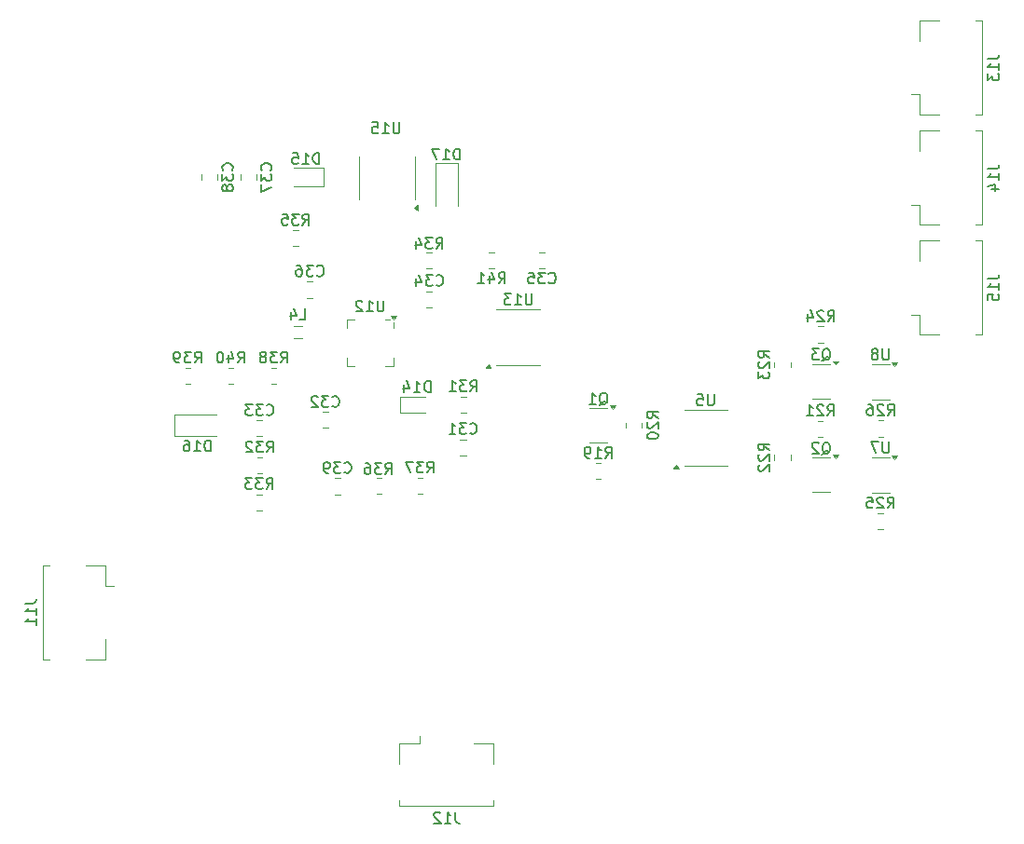
<source format=gbr>
%TF.GenerationSoftware,KiCad,Pcbnew,8.0.3*%
%TF.CreationDate,2024-09-23T14:32:18+01:00*%
%TF.ProjectId,Untitled,556e7469-746c-4656-942e-6b696361645f,rev?*%
%TF.SameCoordinates,Original*%
%TF.FileFunction,Legend,Bot*%
%TF.FilePolarity,Positive*%
%FSLAX46Y46*%
G04 Gerber Fmt 4.6, Leading zero omitted, Abs format (unit mm)*
G04 Created by KiCad (PCBNEW 8.0.3) date 2024-09-23 14:32:18*
%MOMM*%
%LPD*%
G01*
G04 APERTURE LIST*
%ADD10C,0.150000*%
%ADD11C,0.120000*%
G04 APERTURE END LIST*
D10*
X103300594Y-97664819D02*
X103300594Y-98474342D01*
X103300594Y-98474342D02*
X103252975Y-98569580D01*
X103252975Y-98569580D02*
X103205356Y-98617200D01*
X103205356Y-98617200D02*
X103110118Y-98664819D01*
X103110118Y-98664819D02*
X102919642Y-98664819D01*
X102919642Y-98664819D02*
X102824404Y-98617200D01*
X102824404Y-98617200D02*
X102776785Y-98569580D01*
X102776785Y-98569580D02*
X102729166Y-98474342D01*
X102729166Y-98474342D02*
X102729166Y-97664819D01*
X101729166Y-98664819D02*
X102300594Y-98664819D01*
X102014880Y-98664819D02*
X102014880Y-97664819D01*
X102014880Y-97664819D02*
X102110118Y-97807676D01*
X102110118Y-97807676D02*
X102205356Y-97902914D01*
X102205356Y-97902914D02*
X102300594Y-97950533D01*
X101348213Y-97760057D02*
X101300594Y-97712438D01*
X101300594Y-97712438D02*
X101205356Y-97664819D01*
X101205356Y-97664819D02*
X100967261Y-97664819D01*
X100967261Y-97664819D02*
X100872023Y-97712438D01*
X100872023Y-97712438D02*
X100824404Y-97760057D01*
X100824404Y-97760057D02*
X100776785Y-97855295D01*
X100776785Y-97855295D02*
X100776785Y-97950533D01*
X100776785Y-97950533D02*
X100824404Y-98093390D01*
X100824404Y-98093390D02*
X101395832Y-98664819D01*
X101395832Y-98664819D02*
X100776785Y-98664819D01*
X122878045Y-107150057D02*
X122973283Y-107102438D01*
X122973283Y-107102438D02*
X123068521Y-107007200D01*
X123068521Y-107007200D02*
X123211378Y-106864342D01*
X123211378Y-106864342D02*
X123306616Y-106816723D01*
X123306616Y-106816723D02*
X123401854Y-106816723D01*
X123354235Y-107054819D02*
X123449473Y-107007200D01*
X123449473Y-107007200D02*
X123544711Y-106911961D01*
X123544711Y-106911961D02*
X123592330Y-106721485D01*
X123592330Y-106721485D02*
X123592330Y-106388152D01*
X123592330Y-106388152D02*
X123544711Y-106197676D01*
X123544711Y-106197676D02*
X123449473Y-106102438D01*
X123449473Y-106102438D02*
X123354235Y-106054819D01*
X123354235Y-106054819D02*
X123163759Y-106054819D01*
X123163759Y-106054819D02*
X123068521Y-106102438D01*
X123068521Y-106102438D02*
X122973283Y-106197676D01*
X122973283Y-106197676D02*
X122925664Y-106388152D01*
X122925664Y-106388152D02*
X122925664Y-106721485D01*
X122925664Y-106721485D02*
X122973283Y-106911961D01*
X122973283Y-106911961D02*
X123068521Y-107007200D01*
X123068521Y-107007200D02*
X123163759Y-107054819D01*
X123163759Y-107054819D02*
X123354235Y-107054819D01*
X121973283Y-107054819D02*
X122544711Y-107054819D01*
X122258997Y-107054819D02*
X122258997Y-106054819D01*
X122258997Y-106054819D02*
X122354235Y-106197676D01*
X122354235Y-106197676D02*
X122449473Y-106292914D01*
X122449473Y-106292914D02*
X122544711Y-106340533D01*
X107230357Y-113304819D02*
X107563690Y-112828628D01*
X107801785Y-113304819D02*
X107801785Y-112304819D01*
X107801785Y-112304819D02*
X107420833Y-112304819D01*
X107420833Y-112304819D02*
X107325595Y-112352438D01*
X107325595Y-112352438D02*
X107277976Y-112400057D01*
X107277976Y-112400057D02*
X107230357Y-112495295D01*
X107230357Y-112495295D02*
X107230357Y-112638152D01*
X107230357Y-112638152D02*
X107277976Y-112733390D01*
X107277976Y-112733390D02*
X107325595Y-112781009D01*
X107325595Y-112781009D02*
X107420833Y-112828628D01*
X107420833Y-112828628D02*
X107801785Y-112828628D01*
X106897023Y-112304819D02*
X106277976Y-112304819D01*
X106277976Y-112304819D02*
X106611309Y-112685771D01*
X106611309Y-112685771D02*
X106468452Y-112685771D01*
X106468452Y-112685771D02*
X106373214Y-112733390D01*
X106373214Y-112733390D02*
X106325595Y-112781009D01*
X106325595Y-112781009D02*
X106277976Y-112876247D01*
X106277976Y-112876247D02*
X106277976Y-113114342D01*
X106277976Y-113114342D02*
X106325595Y-113209580D01*
X106325595Y-113209580D02*
X106373214Y-113257200D01*
X106373214Y-113257200D02*
X106468452Y-113304819D01*
X106468452Y-113304819D02*
X106754166Y-113304819D01*
X106754166Y-113304819D02*
X106849404Y-113257200D01*
X106849404Y-113257200D02*
X106897023Y-113209580D01*
X105944642Y-112304819D02*
X105277976Y-112304819D01*
X105277976Y-112304819D02*
X105706547Y-113304819D01*
X149173637Y-110508837D02*
X149173637Y-111318360D01*
X149173637Y-111318360D02*
X149126018Y-111413598D01*
X149126018Y-111413598D02*
X149078399Y-111461218D01*
X149078399Y-111461218D02*
X148983161Y-111508837D01*
X148983161Y-111508837D02*
X148792685Y-111508837D01*
X148792685Y-111508837D02*
X148697447Y-111461218D01*
X148697447Y-111461218D02*
X148649828Y-111413598D01*
X148649828Y-111413598D02*
X148602209Y-111318360D01*
X148602209Y-111318360D02*
X148602209Y-110508837D01*
X148221256Y-110508837D02*
X147554590Y-110508837D01*
X147554590Y-110508837D02*
X147983161Y-111508837D01*
X138304819Y-102857142D02*
X137828628Y-102523809D01*
X138304819Y-102285714D02*
X137304819Y-102285714D01*
X137304819Y-102285714D02*
X137304819Y-102666666D01*
X137304819Y-102666666D02*
X137352438Y-102761904D01*
X137352438Y-102761904D02*
X137400057Y-102809523D01*
X137400057Y-102809523D02*
X137495295Y-102857142D01*
X137495295Y-102857142D02*
X137638152Y-102857142D01*
X137638152Y-102857142D02*
X137733390Y-102809523D01*
X137733390Y-102809523D02*
X137781009Y-102761904D01*
X137781009Y-102761904D02*
X137828628Y-102666666D01*
X137828628Y-102666666D02*
X137828628Y-102285714D01*
X137400057Y-103238095D02*
X137352438Y-103285714D01*
X137352438Y-103285714D02*
X137304819Y-103380952D01*
X137304819Y-103380952D02*
X137304819Y-103619047D01*
X137304819Y-103619047D02*
X137352438Y-103714285D01*
X137352438Y-103714285D02*
X137400057Y-103761904D01*
X137400057Y-103761904D02*
X137495295Y-103809523D01*
X137495295Y-103809523D02*
X137590533Y-103809523D01*
X137590533Y-103809523D02*
X137733390Y-103761904D01*
X137733390Y-103761904D02*
X138304819Y-103190476D01*
X138304819Y-103190476D02*
X138304819Y-103809523D01*
X137304819Y-104142857D02*
X137304819Y-104761904D01*
X137304819Y-104761904D02*
X137685771Y-104428571D01*
X137685771Y-104428571D02*
X137685771Y-104571428D01*
X137685771Y-104571428D02*
X137733390Y-104666666D01*
X137733390Y-104666666D02*
X137781009Y-104714285D01*
X137781009Y-104714285D02*
X137876247Y-104761904D01*
X137876247Y-104761904D02*
X138114342Y-104761904D01*
X138114342Y-104761904D02*
X138209580Y-104714285D01*
X138209580Y-104714285D02*
X138257200Y-104666666D01*
X138257200Y-104666666D02*
X138304819Y-104571428D01*
X138304819Y-104571428D02*
X138304819Y-104285714D01*
X138304819Y-104285714D02*
X138257200Y-104190476D01*
X138257200Y-104190476D02*
X138209580Y-104142857D01*
X99733898Y-113255704D02*
X99781517Y-113303324D01*
X99781517Y-113303324D02*
X99924374Y-113350943D01*
X99924374Y-113350943D02*
X100019612Y-113350943D01*
X100019612Y-113350943D02*
X100162469Y-113303324D01*
X100162469Y-113303324D02*
X100257707Y-113208085D01*
X100257707Y-113208085D02*
X100305326Y-113112847D01*
X100305326Y-113112847D02*
X100352945Y-112922371D01*
X100352945Y-112922371D02*
X100352945Y-112779514D01*
X100352945Y-112779514D02*
X100305326Y-112589038D01*
X100305326Y-112589038D02*
X100257707Y-112493800D01*
X100257707Y-112493800D02*
X100162469Y-112398562D01*
X100162469Y-112398562D02*
X100019612Y-112350943D01*
X100019612Y-112350943D02*
X99924374Y-112350943D01*
X99924374Y-112350943D02*
X99781517Y-112398562D01*
X99781517Y-112398562D02*
X99733898Y-112446181D01*
X99400564Y-112350943D02*
X98781517Y-112350943D01*
X98781517Y-112350943D02*
X99114850Y-112731895D01*
X99114850Y-112731895D02*
X98971993Y-112731895D01*
X98971993Y-112731895D02*
X98876755Y-112779514D01*
X98876755Y-112779514D02*
X98829136Y-112827133D01*
X98829136Y-112827133D02*
X98781517Y-112922371D01*
X98781517Y-112922371D02*
X98781517Y-113160466D01*
X98781517Y-113160466D02*
X98829136Y-113255704D01*
X98829136Y-113255704D02*
X98876755Y-113303324D01*
X98876755Y-113303324D02*
X98971993Y-113350943D01*
X98971993Y-113350943D02*
X99257707Y-113350943D01*
X99257707Y-113350943D02*
X99352945Y-113303324D01*
X99352945Y-113303324D02*
X99400564Y-113255704D01*
X98305326Y-113350943D02*
X98114850Y-113350943D01*
X98114850Y-113350943D02*
X98019612Y-113303324D01*
X98019612Y-113303324D02*
X97971993Y-113255704D01*
X97971993Y-113255704D02*
X97876755Y-113112847D01*
X97876755Y-113112847D02*
X97829136Y-112922371D01*
X97829136Y-112922371D02*
X97829136Y-112541419D01*
X97829136Y-112541419D02*
X97876755Y-112446181D01*
X97876755Y-112446181D02*
X97924374Y-112398562D01*
X97924374Y-112398562D02*
X98019612Y-112350943D01*
X98019612Y-112350943D02*
X98210088Y-112350943D01*
X98210088Y-112350943D02*
X98305326Y-112398562D01*
X98305326Y-112398562D02*
X98352945Y-112446181D01*
X98352945Y-112446181D02*
X98400564Y-112541419D01*
X98400564Y-112541419D02*
X98400564Y-112779514D01*
X98400564Y-112779514D02*
X98352945Y-112874752D01*
X98352945Y-112874752D02*
X98305326Y-112922371D01*
X98305326Y-112922371D02*
X98210088Y-112969990D01*
X98210088Y-112969990D02*
X98019612Y-112969990D01*
X98019612Y-112969990D02*
X97924374Y-112922371D01*
X97924374Y-112922371D02*
X97876755Y-112874752D01*
X97876755Y-112874752D02*
X97829136Y-112779514D01*
X95938448Y-90801473D02*
X96271781Y-90325282D01*
X96509876Y-90801473D02*
X96509876Y-89801473D01*
X96509876Y-89801473D02*
X96128924Y-89801473D01*
X96128924Y-89801473D02*
X96033686Y-89849092D01*
X96033686Y-89849092D02*
X95986067Y-89896711D01*
X95986067Y-89896711D02*
X95938448Y-89991949D01*
X95938448Y-89991949D02*
X95938448Y-90134806D01*
X95938448Y-90134806D02*
X95986067Y-90230044D01*
X95986067Y-90230044D02*
X96033686Y-90277663D01*
X96033686Y-90277663D02*
X96128924Y-90325282D01*
X96128924Y-90325282D02*
X96509876Y-90325282D01*
X95605114Y-89801473D02*
X94986067Y-89801473D01*
X94986067Y-89801473D02*
X95319400Y-90182425D01*
X95319400Y-90182425D02*
X95176543Y-90182425D01*
X95176543Y-90182425D02*
X95081305Y-90230044D01*
X95081305Y-90230044D02*
X95033686Y-90277663D01*
X95033686Y-90277663D02*
X94986067Y-90372901D01*
X94986067Y-90372901D02*
X94986067Y-90610996D01*
X94986067Y-90610996D02*
X95033686Y-90706234D01*
X95033686Y-90706234D02*
X95081305Y-90753854D01*
X95081305Y-90753854D02*
X95176543Y-90801473D01*
X95176543Y-90801473D02*
X95462257Y-90801473D01*
X95462257Y-90801473D02*
X95557495Y-90753854D01*
X95557495Y-90753854D02*
X95605114Y-90706234D01*
X94081305Y-89801473D02*
X94557495Y-89801473D01*
X94557495Y-89801473D02*
X94605114Y-90277663D01*
X94605114Y-90277663D02*
X94557495Y-90230044D01*
X94557495Y-90230044D02*
X94462257Y-90182425D01*
X94462257Y-90182425D02*
X94224162Y-90182425D01*
X94224162Y-90182425D02*
X94128924Y-90230044D01*
X94128924Y-90230044D02*
X94081305Y-90277663D01*
X94081305Y-90277663D02*
X94033686Y-90372901D01*
X94033686Y-90372901D02*
X94033686Y-90610996D01*
X94033686Y-90610996D02*
X94081305Y-90706234D01*
X94081305Y-90706234D02*
X94128924Y-90753854D01*
X94128924Y-90753854D02*
X94224162Y-90801473D01*
X94224162Y-90801473D02*
X94462257Y-90801473D01*
X94462257Y-90801473D02*
X94557495Y-90753854D01*
X94557495Y-90753854D02*
X94605114Y-90706234D01*
X111142753Y-109699563D02*
X111190372Y-109747183D01*
X111190372Y-109747183D02*
X111333229Y-109794802D01*
X111333229Y-109794802D02*
X111428467Y-109794802D01*
X111428467Y-109794802D02*
X111571324Y-109747183D01*
X111571324Y-109747183D02*
X111666562Y-109651944D01*
X111666562Y-109651944D02*
X111714181Y-109556706D01*
X111714181Y-109556706D02*
X111761800Y-109366230D01*
X111761800Y-109366230D02*
X111761800Y-109223373D01*
X111761800Y-109223373D02*
X111714181Y-109032897D01*
X111714181Y-109032897D02*
X111666562Y-108937659D01*
X111666562Y-108937659D02*
X111571324Y-108842421D01*
X111571324Y-108842421D02*
X111428467Y-108794802D01*
X111428467Y-108794802D02*
X111333229Y-108794802D01*
X111333229Y-108794802D02*
X111190372Y-108842421D01*
X111190372Y-108842421D02*
X111142753Y-108890040D01*
X110809419Y-108794802D02*
X110190372Y-108794802D01*
X110190372Y-108794802D02*
X110523705Y-109175754D01*
X110523705Y-109175754D02*
X110380848Y-109175754D01*
X110380848Y-109175754D02*
X110285610Y-109223373D01*
X110285610Y-109223373D02*
X110237991Y-109270992D01*
X110237991Y-109270992D02*
X110190372Y-109366230D01*
X110190372Y-109366230D02*
X110190372Y-109604325D01*
X110190372Y-109604325D02*
X110237991Y-109699563D01*
X110237991Y-109699563D02*
X110285610Y-109747183D01*
X110285610Y-109747183D02*
X110380848Y-109794802D01*
X110380848Y-109794802D02*
X110666562Y-109794802D01*
X110666562Y-109794802D02*
X110761800Y-109747183D01*
X110761800Y-109747183D02*
X110809419Y-109699563D01*
X109237991Y-109794802D02*
X109809419Y-109794802D01*
X109523705Y-109794802D02*
X109523705Y-108794802D01*
X109523705Y-108794802D02*
X109618943Y-108937659D01*
X109618943Y-108937659D02*
X109714181Y-109032897D01*
X109714181Y-109032897D02*
X109809419Y-109080516D01*
X98641344Y-107235773D02*
X98688963Y-107283393D01*
X98688963Y-107283393D02*
X98831820Y-107331012D01*
X98831820Y-107331012D02*
X98927058Y-107331012D01*
X98927058Y-107331012D02*
X99069915Y-107283393D01*
X99069915Y-107283393D02*
X99165153Y-107188154D01*
X99165153Y-107188154D02*
X99212772Y-107092916D01*
X99212772Y-107092916D02*
X99260391Y-106902440D01*
X99260391Y-106902440D02*
X99260391Y-106759583D01*
X99260391Y-106759583D02*
X99212772Y-106569107D01*
X99212772Y-106569107D02*
X99165153Y-106473869D01*
X99165153Y-106473869D02*
X99069915Y-106378631D01*
X99069915Y-106378631D02*
X98927058Y-106331012D01*
X98927058Y-106331012D02*
X98831820Y-106331012D01*
X98831820Y-106331012D02*
X98688963Y-106378631D01*
X98688963Y-106378631D02*
X98641344Y-106426250D01*
X98308010Y-106331012D02*
X97688963Y-106331012D01*
X97688963Y-106331012D02*
X98022296Y-106711964D01*
X98022296Y-106711964D02*
X97879439Y-106711964D01*
X97879439Y-106711964D02*
X97784201Y-106759583D01*
X97784201Y-106759583D02*
X97736582Y-106807202D01*
X97736582Y-106807202D02*
X97688963Y-106902440D01*
X97688963Y-106902440D02*
X97688963Y-107140535D01*
X97688963Y-107140535D02*
X97736582Y-107235773D01*
X97736582Y-107235773D02*
X97784201Y-107283393D01*
X97784201Y-107283393D02*
X97879439Y-107331012D01*
X97879439Y-107331012D02*
X98165153Y-107331012D01*
X98165153Y-107331012D02*
X98260391Y-107283393D01*
X98260391Y-107283393D02*
X98308010Y-107235773D01*
X97308010Y-106426250D02*
X97260391Y-106378631D01*
X97260391Y-106378631D02*
X97165153Y-106331012D01*
X97165153Y-106331012D02*
X96927058Y-106331012D01*
X96927058Y-106331012D02*
X96831820Y-106378631D01*
X96831820Y-106378631D02*
X96784201Y-106426250D01*
X96784201Y-106426250D02*
X96736582Y-106521488D01*
X96736582Y-106521488D02*
X96736582Y-106616726D01*
X96736582Y-106616726D02*
X96784201Y-106759583D01*
X96784201Y-106759583D02*
X97355629Y-107331012D01*
X97355629Y-107331012D02*
X96736582Y-107331012D01*
X108055357Y-92954819D02*
X108388690Y-92478628D01*
X108626785Y-92954819D02*
X108626785Y-91954819D01*
X108626785Y-91954819D02*
X108245833Y-91954819D01*
X108245833Y-91954819D02*
X108150595Y-92002438D01*
X108150595Y-92002438D02*
X108102976Y-92050057D01*
X108102976Y-92050057D02*
X108055357Y-92145295D01*
X108055357Y-92145295D02*
X108055357Y-92288152D01*
X108055357Y-92288152D02*
X108102976Y-92383390D01*
X108102976Y-92383390D02*
X108150595Y-92431009D01*
X108150595Y-92431009D02*
X108245833Y-92478628D01*
X108245833Y-92478628D02*
X108626785Y-92478628D01*
X107722023Y-91954819D02*
X107102976Y-91954819D01*
X107102976Y-91954819D02*
X107436309Y-92335771D01*
X107436309Y-92335771D02*
X107293452Y-92335771D01*
X107293452Y-92335771D02*
X107198214Y-92383390D01*
X107198214Y-92383390D02*
X107150595Y-92431009D01*
X107150595Y-92431009D02*
X107102976Y-92526247D01*
X107102976Y-92526247D02*
X107102976Y-92764342D01*
X107102976Y-92764342D02*
X107150595Y-92859580D01*
X107150595Y-92859580D02*
X107198214Y-92907200D01*
X107198214Y-92907200D02*
X107293452Y-92954819D01*
X107293452Y-92954819D02*
X107579166Y-92954819D01*
X107579166Y-92954819D02*
X107674404Y-92907200D01*
X107674404Y-92907200D02*
X107722023Y-92859580D01*
X106245833Y-92288152D02*
X106245833Y-92954819D01*
X106483928Y-91907200D02*
X106722023Y-92621485D01*
X106722023Y-92621485D02*
X106102976Y-92621485D01*
X86141407Y-103319364D02*
X86474740Y-102843173D01*
X86712835Y-103319364D02*
X86712835Y-102319364D01*
X86712835Y-102319364D02*
X86331883Y-102319364D01*
X86331883Y-102319364D02*
X86236645Y-102366983D01*
X86236645Y-102366983D02*
X86189026Y-102414602D01*
X86189026Y-102414602D02*
X86141407Y-102509840D01*
X86141407Y-102509840D02*
X86141407Y-102652697D01*
X86141407Y-102652697D02*
X86189026Y-102747935D01*
X86189026Y-102747935D02*
X86236645Y-102795554D01*
X86236645Y-102795554D02*
X86331883Y-102843173D01*
X86331883Y-102843173D02*
X86712835Y-102843173D01*
X85808073Y-102319364D02*
X85189026Y-102319364D01*
X85189026Y-102319364D02*
X85522359Y-102700316D01*
X85522359Y-102700316D02*
X85379502Y-102700316D01*
X85379502Y-102700316D02*
X85284264Y-102747935D01*
X85284264Y-102747935D02*
X85236645Y-102795554D01*
X85236645Y-102795554D02*
X85189026Y-102890792D01*
X85189026Y-102890792D02*
X85189026Y-103128887D01*
X85189026Y-103128887D02*
X85236645Y-103224125D01*
X85236645Y-103224125D02*
X85284264Y-103271745D01*
X85284264Y-103271745D02*
X85379502Y-103319364D01*
X85379502Y-103319364D02*
X85665216Y-103319364D01*
X85665216Y-103319364D02*
X85760454Y-103271745D01*
X85760454Y-103271745D02*
X85808073Y-103224125D01*
X84712835Y-103319364D02*
X84522359Y-103319364D01*
X84522359Y-103319364D02*
X84427121Y-103271745D01*
X84427121Y-103271745D02*
X84379502Y-103224125D01*
X84379502Y-103224125D02*
X84284264Y-103081268D01*
X84284264Y-103081268D02*
X84236645Y-102890792D01*
X84236645Y-102890792D02*
X84236645Y-102509840D01*
X84236645Y-102509840D02*
X84284264Y-102414602D01*
X84284264Y-102414602D02*
X84331883Y-102366983D01*
X84331883Y-102366983D02*
X84427121Y-102319364D01*
X84427121Y-102319364D02*
X84617597Y-102319364D01*
X84617597Y-102319364D02*
X84712835Y-102366983D01*
X84712835Y-102366983D02*
X84760454Y-102414602D01*
X84760454Y-102414602D02*
X84808073Y-102509840D01*
X84808073Y-102509840D02*
X84808073Y-102747935D01*
X84808073Y-102747935D02*
X84760454Y-102843173D01*
X84760454Y-102843173D02*
X84712835Y-102890792D01*
X84712835Y-102890792D02*
X84617597Y-102938411D01*
X84617597Y-102938411D02*
X84427121Y-102938411D01*
X84427121Y-102938411D02*
X84331883Y-102890792D01*
X84331883Y-102890792D02*
X84284264Y-102843173D01*
X84284264Y-102843173D02*
X84236645Y-102747935D01*
X93049580Y-85817142D02*
X93097200Y-85769523D01*
X93097200Y-85769523D02*
X93144819Y-85626666D01*
X93144819Y-85626666D02*
X93144819Y-85531428D01*
X93144819Y-85531428D02*
X93097200Y-85388571D01*
X93097200Y-85388571D02*
X93001961Y-85293333D01*
X93001961Y-85293333D02*
X92906723Y-85245714D01*
X92906723Y-85245714D02*
X92716247Y-85198095D01*
X92716247Y-85198095D02*
X92573390Y-85198095D01*
X92573390Y-85198095D02*
X92382914Y-85245714D01*
X92382914Y-85245714D02*
X92287676Y-85293333D01*
X92287676Y-85293333D02*
X92192438Y-85388571D01*
X92192438Y-85388571D02*
X92144819Y-85531428D01*
X92144819Y-85531428D02*
X92144819Y-85626666D01*
X92144819Y-85626666D02*
X92192438Y-85769523D01*
X92192438Y-85769523D02*
X92240057Y-85817142D01*
X92144819Y-86150476D02*
X92144819Y-86769523D01*
X92144819Y-86769523D02*
X92525771Y-86436190D01*
X92525771Y-86436190D02*
X92525771Y-86579047D01*
X92525771Y-86579047D02*
X92573390Y-86674285D01*
X92573390Y-86674285D02*
X92621009Y-86721904D01*
X92621009Y-86721904D02*
X92716247Y-86769523D01*
X92716247Y-86769523D02*
X92954342Y-86769523D01*
X92954342Y-86769523D02*
X93049580Y-86721904D01*
X93049580Y-86721904D02*
X93097200Y-86674285D01*
X93097200Y-86674285D02*
X93144819Y-86579047D01*
X93144819Y-86579047D02*
X93144819Y-86293333D01*
X93144819Y-86293333D02*
X93097200Y-86198095D01*
X93097200Y-86198095D02*
X93049580Y-86150476D01*
X92144819Y-87102857D02*
X92144819Y-87769523D01*
X92144819Y-87769523D02*
X93144819Y-87340952D01*
X158154819Y-85690476D02*
X158869104Y-85690476D01*
X158869104Y-85690476D02*
X159011961Y-85642857D01*
X159011961Y-85642857D02*
X159107200Y-85547619D01*
X159107200Y-85547619D02*
X159154819Y-85404762D01*
X159154819Y-85404762D02*
X159154819Y-85309524D01*
X159154819Y-86690476D02*
X159154819Y-86119048D01*
X159154819Y-86404762D02*
X158154819Y-86404762D01*
X158154819Y-86404762D02*
X158297676Y-86309524D01*
X158297676Y-86309524D02*
X158392914Y-86214286D01*
X158392914Y-86214286D02*
X158440533Y-86119048D01*
X158488152Y-87547619D02*
X159154819Y-87547619D01*
X158107200Y-87309524D02*
X158821485Y-87071429D01*
X158821485Y-87071429D02*
X158821485Y-87690476D01*
X143622035Y-99541527D02*
X143955368Y-99065336D01*
X144193463Y-99541527D02*
X144193463Y-98541527D01*
X144193463Y-98541527D02*
X143812511Y-98541527D01*
X143812511Y-98541527D02*
X143717273Y-98589146D01*
X143717273Y-98589146D02*
X143669654Y-98636765D01*
X143669654Y-98636765D02*
X143622035Y-98732003D01*
X143622035Y-98732003D02*
X143622035Y-98874860D01*
X143622035Y-98874860D02*
X143669654Y-98970098D01*
X143669654Y-98970098D02*
X143717273Y-99017717D01*
X143717273Y-99017717D02*
X143812511Y-99065336D01*
X143812511Y-99065336D02*
X144193463Y-99065336D01*
X143241082Y-98636765D02*
X143193463Y-98589146D01*
X143193463Y-98589146D02*
X143098225Y-98541527D01*
X143098225Y-98541527D02*
X142860130Y-98541527D01*
X142860130Y-98541527D02*
X142764892Y-98589146D01*
X142764892Y-98589146D02*
X142717273Y-98636765D01*
X142717273Y-98636765D02*
X142669654Y-98732003D01*
X142669654Y-98732003D02*
X142669654Y-98827241D01*
X142669654Y-98827241D02*
X142717273Y-98970098D01*
X142717273Y-98970098D02*
X143288701Y-99541527D01*
X143288701Y-99541527D02*
X142669654Y-99541527D01*
X141812511Y-98874860D02*
X141812511Y-99541527D01*
X142050606Y-98493908D02*
X142288701Y-99208193D01*
X142288701Y-99208193D02*
X141669654Y-99208193D01*
X118291043Y-96028832D02*
X118338662Y-96076452D01*
X118338662Y-96076452D02*
X118481519Y-96124071D01*
X118481519Y-96124071D02*
X118576757Y-96124071D01*
X118576757Y-96124071D02*
X118719614Y-96076452D01*
X118719614Y-96076452D02*
X118814852Y-95981213D01*
X118814852Y-95981213D02*
X118862471Y-95885975D01*
X118862471Y-95885975D02*
X118910090Y-95695499D01*
X118910090Y-95695499D02*
X118910090Y-95552642D01*
X118910090Y-95552642D02*
X118862471Y-95362166D01*
X118862471Y-95362166D02*
X118814852Y-95266928D01*
X118814852Y-95266928D02*
X118719614Y-95171690D01*
X118719614Y-95171690D02*
X118576757Y-95124071D01*
X118576757Y-95124071D02*
X118481519Y-95124071D01*
X118481519Y-95124071D02*
X118338662Y-95171690D01*
X118338662Y-95171690D02*
X118291043Y-95219309D01*
X117957709Y-95124071D02*
X117338662Y-95124071D01*
X117338662Y-95124071D02*
X117671995Y-95505023D01*
X117671995Y-95505023D02*
X117529138Y-95505023D01*
X117529138Y-95505023D02*
X117433900Y-95552642D01*
X117433900Y-95552642D02*
X117386281Y-95600261D01*
X117386281Y-95600261D02*
X117338662Y-95695499D01*
X117338662Y-95695499D02*
X117338662Y-95933594D01*
X117338662Y-95933594D02*
X117386281Y-96028832D01*
X117386281Y-96028832D02*
X117433900Y-96076452D01*
X117433900Y-96076452D02*
X117529138Y-96124071D01*
X117529138Y-96124071D02*
X117814852Y-96124071D01*
X117814852Y-96124071D02*
X117910090Y-96076452D01*
X117910090Y-96076452D02*
X117957709Y-96028832D01*
X116433900Y-95124071D02*
X116910090Y-95124071D01*
X116910090Y-95124071D02*
X116957709Y-95600261D01*
X116957709Y-95600261D02*
X116910090Y-95552642D01*
X116910090Y-95552642D02*
X116814852Y-95505023D01*
X116814852Y-95505023D02*
X116576757Y-95505023D01*
X116576757Y-95505023D02*
X116481519Y-95552642D01*
X116481519Y-95552642D02*
X116433900Y-95600261D01*
X116433900Y-95600261D02*
X116386281Y-95695499D01*
X116386281Y-95695499D02*
X116386281Y-95933594D01*
X116386281Y-95933594D02*
X116433900Y-96028832D01*
X116433900Y-96028832D02*
X116481519Y-96076452D01*
X116481519Y-96076452D02*
X116576757Y-96124071D01*
X116576757Y-96124071D02*
X116814852Y-96124071D01*
X116814852Y-96124071D02*
X116910090Y-96076452D01*
X116910090Y-96076452D02*
X116957709Y-96028832D01*
X92674331Y-108006336D02*
X92721950Y-108053956D01*
X92721950Y-108053956D02*
X92864807Y-108101575D01*
X92864807Y-108101575D02*
X92960045Y-108101575D01*
X92960045Y-108101575D02*
X93102902Y-108053956D01*
X93102902Y-108053956D02*
X93198140Y-107958717D01*
X93198140Y-107958717D02*
X93245759Y-107863479D01*
X93245759Y-107863479D02*
X93293378Y-107673003D01*
X93293378Y-107673003D02*
X93293378Y-107530146D01*
X93293378Y-107530146D02*
X93245759Y-107339670D01*
X93245759Y-107339670D02*
X93198140Y-107244432D01*
X93198140Y-107244432D02*
X93102902Y-107149194D01*
X93102902Y-107149194D02*
X92960045Y-107101575D01*
X92960045Y-107101575D02*
X92864807Y-107101575D01*
X92864807Y-107101575D02*
X92721950Y-107149194D01*
X92721950Y-107149194D02*
X92674331Y-107196813D01*
X92340997Y-107101575D02*
X91721950Y-107101575D01*
X91721950Y-107101575D02*
X92055283Y-107482527D01*
X92055283Y-107482527D02*
X91912426Y-107482527D01*
X91912426Y-107482527D02*
X91817188Y-107530146D01*
X91817188Y-107530146D02*
X91769569Y-107577765D01*
X91769569Y-107577765D02*
X91721950Y-107673003D01*
X91721950Y-107673003D02*
X91721950Y-107911098D01*
X91721950Y-107911098D02*
X91769569Y-108006336D01*
X91769569Y-108006336D02*
X91817188Y-108053956D01*
X91817188Y-108053956D02*
X91912426Y-108101575D01*
X91912426Y-108101575D02*
X92198140Y-108101575D01*
X92198140Y-108101575D02*
X92293378Y-108053956D01*
X92293378Y-108053956D02*
X92340997Y-108006336D01*
X91388616Y-107101575D02*
X90769569Y-107101575D01*
X90769569Y-107101575D02*
X91102902Y-107482527D01*
X91102902Y-107482527D02*
X90960045Y-107482527D01*
X90960045Y-107482527D02*
X90864807Y-107530146D01*
X90864807Y-107530146D02*
X90817188Y-107577765D01*
X90817188Y-107577765D02*
X90769569Y-107673003D01*
X90769569Y-107673003D02*
X90769569Y-107911098D01*
X90769569Y-107911098D02*
X90817188Y-108006336D01*
X90817188Y-108006336D02*
X90864807Y-108053956D01*
X90864807Y-108053956D02*
X90960045Y-108101575D01*
X90960045Y-108101575D02*
X91245759Y-108101575D01*
X91245759Y-108101575D02*
X91340997Y-108053956D01*
X91340997Y-108053956D02*
X91388616Y-108006336D01*
X143095238Y-111650057D02*
X143190476Y-111602438D01*
X143190476Y-111602438D02*
X143285714Y-111507200D01*
X143285714Y-111507200D02*
X143428571Y-111364342D01*
X143428571Y-111364342D02*
X143523809Y-111316723D01*
X143523809Y-111316723D02*
X143619047Y-111316723D01*
X143571428Y-111554819D02*
X143666666Y-111507200D01*
X143666666Y-111507200D02*
X143761904Y-111411961D01*
X143761904Y-111411961D02*
X143809523Y-111221485D01*
X143809523Y-111221485D02*
X143809523Y-110888152D01*
X143809523Y-110888152D02*
X143761904Y-110697676D01*
X143761904Y-110697676D02*
X143666666Y-110602438D01*
X143666666Y-110602438D02*
X143571428Y-110554819D01*
X143571428Y-110554819D02*
X143380952Y-110554819D01*
X143380952Y-110554819D02*
X143285714Y-110602438D01*
X143285714Y-110602438D02*
X143190476Y-110697676D01*
X143190476Y-110697676D02*
X143142857Y-110888152D01*
X143142857Y-110888152D02*
X143142857Y-111221485D01*
X143142857Y-111221485D02*
X143190476Y-111411961D01*
X143190476Y-111411961D02*
X143285714Y-111507200D01*
X143285714Y-111507200D02*
X143380952Y-111554819D01*
X143380952Y-111554819D02*
X143571428Y-111554819D01*
X142761904Y-110650057D02*
X142714285Y-110602438D01*
X142714285Y-110602438D02*
X142619047Y-110554819D01*
X142619047Y-110554819D02*
X142380952Y-110554819D01*
X142380952Y-110554819D02*
X142285714Y-110602438D01*
X142285714Y-110602438D02*
X142238095Y-110650057D01*
X142238095Y-110650057D02*
X142190476Y-110745295D01*
X142190476Y-110745295D02*
X142190476Y-110840533D01*
X142190476Y-110840533D02*
X142238095Y-110983390D01*
X142238095Y-110983390D02*
X142809523Y-111554819D01*
X142809523Y-111554819D02*
X142190476Y-111554819D01*
X113730357Y-96104819D02*
X114063690Y-95628628D01*
X114301785Y-96104819D02*
X114301785Y-95104819D01*
X114301785Y-95104819D02*
X113920833Y-95104819D01*
X113920833Y-95104819D02*
X113825595Y-95152438D01*
X113825595Y-95152438D02*
X113777976Y-95200057D01*
X113777976Y-95200057D02*
X113730357Y-95295295D01*
X113730357Y-95295295D02*
X113730357Y-95438152D01*
X113730357Y-95438152D02*
X113777976Y-95533390D01*
X113777976Y-95533390D02*
X113825595Y-95581009D01*
X113825595Y-95581009D02*
X113920833Y-95628628D01*
X113920833Y-95628628D02*
X114301785Y-95628628D01*
X112873214Y-95438152D02*
X112873214Y-96104819D01*
X113111309Y-95057200D02*
X113349404Y-95771485D01*
X113349404Y-95771485D02*
X112730357Y-95771485D01*
X111825595Y-96104819D02*
X112397023Y-96104819D01*
X112111309Y-96104819D02*
X112111309Y-95104819D01*
X112111309Y-95104819D02*
X112206547Y-95247676D01*
X112206547Y-95247676D02*
X112301785Y-95342914D01*
X112301785Y-95342914D02*
X112397023Y-95390533D01*
X110214285Y-84864819D02*
X110214285Y-83864819D01*
X110214285Y-83864819D02*
X109976190Y-83864819D01*
X109976190Y-83864819D02*
X109833333Y-83912438D01*
X109833333Y-83912438D02*
X109738095Y-84007676D01*
X109738095Y-84007676D02*
X109690476Y-84102914D01*
X109690476Y-84102914D02*
X109642857Y-84293390D01*
X109642857Y-84293390D02*
X109642857Y-84436247D01*
X109642857Y-84436247D02*
X109690476Y-84626723D01*
X109690476Y-84626723D02*
X109738095Y-84721961D01*
X109738095Y-84721961D02*
X109833333Y-84817200D01*
X109833333Y-84817200D02*
X109976190Y-84864819D01*
X109976190Y-84864819D02*
X110214285Y-84864819D01*
X108690476Y-84864819D02*
X109261904Y-84864819D01*
X108976190Y-84864819D02*
X108976190Y-83864819D01*
X108976190Y-83864819D02*
X109071428Y-84007676D01*
X109071428Y-84007676D02*
X109166666Y-84102914D01*
X109166666Y-84102914D02*
X109261904Y-84150533D01*
X108357142Y-83864819D02*
X107690476Y-83864819D01*
X107690476Y-83864819D02*
X108119047Y-84864819D01*
X138304819Y-111269642D02*
X137828628Y-110936309D01*
X138304819Y-110698214D02*
X137304819Y-110698214D01*
X137304819Y-110698214D02*
X137304819Y-111079166D01*
X137304819Y-111079166D02*
X137352438Y-111174404D01*
X137352438Y-111174404D02*
X137400057Y-111222023D01*
X137400057Y-111222023D02*
X137495295Y-111269642D01*
X137495295Y-111269642D02*
X137638152Y-111269642D01*
X137638152Y-111269642D02*
X137733390Y-111222023D01*
X137733390Y-111222023D02*
X137781009Y-111174404D01*
X137781009Y-111174404D02*
X137828628Y-111079166D01*
X137828628Y-111079166D02*
X137828628Y-110698214D01*
X137400057Y-111650595D02*
X137352438Y-111698214D01*
X137352438Y-111698214D02*
X137304819Y-111793452D01*
X137304819Y-111793452D02*
X137304819Y-112031547D01*
X137304819Y-112031547D02*
X137352438Y-112126785D01*
X137352438Y-112126785D02*
X137400057Y-112174404D01*
X137400057Y-112174404D02*
X137495295Y-112222023D01*
X137495295Y-112222023D02*
X137590533Y-112222023D01*
X137590533Y-112222023D02*
X137733390Y-112174404D01*
X137733390Y-112174404D02*
X138304819Y-111602976D01*
X138304819Y-111602976D02*
X138304819Y-112222023D01*
X137400057Y-112602976D02*
X137352438Y-112650595D01*
X137352438Y-112650595D02*
X137304819Y-112745833D01*
X137304819Y-112745833D02*
X137304819Y-112983928D01*
X137304819Y-112983928D02*
X137352438Y-113079166D01*
X137352438Y-113079166D02*
X137400057Y-113126785D01*
X137400057Y-113126785D02*
X137495295Y-113174404D01*
X137495295Y-113174404D02*
X137590533Y-113174404D01*
X137590533Y-113174404D02*
X137733390Y-113126785D01*
X137733390Y-113126785D02*
X138304819Y-112555357D01*
X138304819Y-112555357D02*
X138304819Y-113174404D01*
X92694512Y-111453716D02*
X93027845Y-110977525D01*
X93265940Y-111453716D02*
X93265940Y-110453716D01*
X93265940Y-110453716D02*
X92884988Y-110453716D01*
X92884988Y-110453716D02*
X92789750Y-110501335D01*
X92789750Y-110501335D02*
X92742131Y-110548954D01*
X92742131Y-110548954D02*
X92694512Y-110644192D01*
X92694512Y-110644192D02*
X92694512Y-110787049D01*
X92694512Y-110787049D02*
X92742131Y-110882287D01*
X92742131Y-110882287D02*
X92789750Y-110929906D01*
X92789750Y-110929906D02*
X92884988Y-110977525D01*
X92884988Y-110977525D02*
X93265940Y-110977525D01*
X92361178Y-110453716D02*
X91742131Y-110453716D01*
X91742131Y-110453716D02*
X92075464Y-110834668D01*
X92075464Y-110834668D02*
X91932607Y-110834668D01*
X91932607Y-110834668D02*
X91837369Y-110882287D01*
X91837369Y-110882287D02*
X91789750Y-110929906D01*
X91789750Y-110929906D02*
X91742131Y-111025144D01*
X91742131Y-111025144D02*
X91742131Y-111263239D01*
X91742131Y-111263239D02*
X91789750Y-111358477D01*
X91789750Y-111358477D02*
X91837369Y-111406097D01*
X91837369Y-111406097D02*
X91932607Y-111453716D01*
X91932607Y-111453716D02*
X92218321Y-111453716D01*
X92218321Y-111453716D02*
X92313559Y-111406097D01*
X92313559Y-111406097D02*
X92361178Y-111358477D01*
X91361178Y-110548954D02*
X91313559Y-110501335D01*
X91313559Y-110501335D02*
X91218321Y-110453716D01*
X91218321Y-110453716D02*
X90980226Y-110453716D01*
X90980226Y-110453716D02*
X90884988Y-110501335D01*
X90884988Y-110501335D02*
X90837369Y-110548954D01*
X90837369Y-110548954D02*
X90789750Y-110644192D01*
X90789750Y-110644192D02*
X90789750Y-110739430D01*
X90789750Y-110739430D02*
X90837369Y-110882287D01*
X90837369Y-110882287D02*
X91408797Y-111453716D01*
X91408797Y-111453716D02*
X90789750Y-111453716D01*
X89539580Y-85817142D02*
X89587200Y-85769523D01*
X89587200Y-85769523D02*
X89634819Y-85626666D01*
X89634819Y-85626666D02*
X89634819Y-85531428D01*
X89634819Y-85531428D02*
X89587200Y-85388571D01*
X89587200Y-85388571D02*
X89491961Y-85293333D01*
X89491961Y-85293333D02*
X89396723Y-85245714D01*
X89396723Y-85245714D02*
X89206247Y-85198095D01*
X89206247Y-85198095D02*
X89063390Y-85198095D01*
X89063390Y-85198095D02*
X88872914Y-85245714D01*
X88872914Y-85245714D02*
X88777676Y-85293333D01*
X88777676Y-85293333D02*
X88682438Y-85388571D01*
X88682438Y-85388571D02*
X88634819Y-85531428D01*
X88634819Y-85531428D02*
X88634819Y-85626666D01*
X88634819Y-85626666D02*
X88682438Y-85769523D01*
X88682438Y-85769523D02*
X88730057Y-85817142D01*
X88634819Y-86150476D02*
X88634819Y-86769523D01*
X88634819Y-86769523D02*
X89015771Y-86436190D01*
X89015771Y-86436190D02*
X89015771Y-86579047D01*
X89015771Y-86579047D02*
X89063390Y-86674285D01*
X89063390Y-86674285D02*
X89111009Y-86721904D01*
X89111009Y-86721904D02*
X89206247Y-86769523D01*
X89206247Y-86769523D02*
X89444342Y-86769523D01*
X89444342Y-86769523D02*
X89539580Y-86721904D01*
X89539580Y-86721904D02*
X89587200Y-86674285D01*
X89587200Y-86674285D02*
X89634819Y-86579047D01*
X89634819Y-86579047D02*
X89634819Y-86293333D01*
X89634819Y-86293333D02*
X89587200Y-86198095D01*
X89587200Y-86198095D02*
X89539580Y-86150476D01*
X89063390Y-87340952D02*
X89015771Y-87245714D01*
X89015771Y-87245714D02*
X88968152Y-87198095D01*
X88968152Y-87198095D02*
X88872914Y-87150476D01*
X88872914Y-87150476D02*
X88825295Y-87150476D01*
X88825295Y-87150476D02*
X88730057Y-87198095D01*
X88730057Y-87198095D02*
X88682438Y-87245714D01*
X88682438Y-87245714D02*
X88634819Y-87340952D01*
X88634819Y-87340952D02*
X88634819Y-87531428D01*
X88634819Y-87531428D02*
X88682438Y-87626666D01*
X88682438Y-87626666D02*
X88730057Y-87674285D01*
X88730057Y-87674285D02*
X88825295Y-87721904D01*
X88825295Y-87721904D02*
X88872914Y-87721904D01*
X88872914Y-87721904D02*
X88968152Y-87674285D01*
X88968152Y-87674285D02*
X89015771Y-87626666D01*
X89015771Y-87626666D02*
X89063390Y-87531428D01*
X89063390Y-87531428D02*
X89063390Y-87340952D01*
X89063390Y-87340952D02*
X89111009Y-87245714D01*
X89111009Y-87245714D02*
X89158628Y-87198095D01*
X89158628Y-87198095D02*
X89253866Y-87150476D01*
X89253866Y-87150476D02*
X89444342Y-87150476D01*
X89444342Y-87150476D02*
X89539580Y-87198095D01*
X89539580Y-87198095D02*
X89587200Y-87245714D01*
X89587200Y-87245714D02*
X89634819Y-87340952D01*
X89634819Y-87340952D02*
X89634819Y-87531428D01*
X89634819Y-87531428D02*
X89587200Y-87626666D01*
X89587200Y-87626666D02*
X89539580Y-87674285D01*
X89539580Y-87674285D02*
X89444342Y-87721904D01*
X89444342Y-87721904D02*
X89253866Y-87721904D01*
X89253866Y-87721904D02*
X89158628Y-87674285D01*
X89158628Y-87674285D02*
X89111009Y-87626666D01*
X89111009Y-87626666D02*
X89063390Y-87531428D01*
X158154819Y-75690476D02*
X158869104Y-75690476D01*
X158869104Y-75690476D02*
X159011961Y-75642857D01*
X159011961Y-75642857D02*
X159107200Y-75547619D01*
X159107200Y-75547619D02*
X159154819Y-75404762D01*
X159154819Y-75404762D02*
X159154819Y-75309524D01*
X159154819Y-76690476D02*
X159154819Y-76119048D01*
X159154819Y-76404762D02*
X158154819Y-76404762D01*
X158154819Y-76404762D02*
X158297676Y-76309524D01*
X158297676Y-76309524D02*
X158392914Y-76214286D01*
X158392914Y-76214286D02*
X158440533Y-76119048D01*
X158154819Y-77023810D02*
X158154819Y-77642857D01*
X158154819Y-77642857D02*
X158535771Y-77309524D01*
X158535771Y-77309524D02*
X158535771Y-77452381D01*
X158535771Y-77452381D02*
X158583390Y-77547619D01*
X158583390Y-77547619D02*
X158631009Y-77595238D01*
X158631009Y-77595238D02*
X158726247Y-77642857D01*
X158726247Y-77642857D02*
X158964342Y-77642857D01*
X158964342Y-77642857D02*
X159059580Y-77595238D01*
X159059580Y-77595238D02*
X159107200Y-77547619D01*
X159107200Y-77547619D02*
X159154819Y-77452381D01*
X159154819Y-77452381D02*
X159154819Y-77166667D01*
X159154819Y-77166667D02*
X159107200Y-77071429D01*
X159107200Y-77071429D02*
X159059580Y-77023810D01*
X109809523Y-144154819D02*
X109809523Y-144869104D01*
X109809523Y-144869104D02*
X109857142Y-145011961D01*
X109857142Y-145011961D02*
X109952380Y-145107200D01*
X109952380Y-145107200D02*
X110095237Y-145154819D01*
X110095237Y-145154819D02*
X110190475Y-145154819D01*
X108809523Y-145154819D02*
X109380951Y-145154819D01*
X109095237Y-145154819D02*
X109095237Y-144154819D01*
X109095237Y-144154819D02*
X109190475Y-144297676D01*
X109190475Y-144297676D02*
X109285713Y-144392914D01*
X109285713Y-144392914D02*
X109380951Y-144440533D01*
X108428570Y-144250057D02*
X108380951Y-144202438D01*
X108380951Y-144202438D02*
X108285713Y-144154819D01*
X108285713Y-144154819D02*
X108047618Y-144154819D01*
X108047618Y-144154819D02*
X107952380Y-144202438D01*
X107952380Y-144202438D02*
X107904761Y-144250057D01*
X107904761Y-144250057D02*
X107857142Y-144345295D01*
X107857142Y-144345295D02*
X107857142Y-144440533D01*
X107857142Y-144440533D02*
X107904761Y-144583390D01*
X107904761Y-144583390D02*
X108476189Y-145154819D01*
X108476189Y-145154819D02*
X107857142Y-145154819D01*
X158154819Y-95690476D02*
X158869104Y-95690476D01*
X158869104Y-95690476D02*
X159011961Y-95642857D01*
X159011961Y-95642857D02*
X159107200Y-95547619D01*
X159107200Y-95547619D02*
X159154819Y-95404762D01*
X159154819Y-95404762D02*
X159154819Y-95309524D01*
X159154819Y-96690476D02*
X159154819Y-96119048D01*
X159154819Y-96404762D02*
X158154819Y-96404762D01*
X158154819Y-96404762D02*
X158297676Y-96309524D01*
X158297676Y-96309524D02*
X158392914Y-96214286D01*
X158392914Y-96214286D02*
X158440533Y-96119048D01*
X158154819Y-97595238D02*
X158154819Y-97119048D01*
X158154819Y-97119048D02*
X158631009Y-97071429D01*
X158631009Y-97071429D02*
X158583390Y-97119048D01*
X158583390Y-97119048D02*
X158535771Y-97214286D01*
X158535771Y-97214286D02*
X158535771Y-97452381D01*
X158535771Y-97452381D02*
X158583390Y-97547619D01*
X158583390Y-97547619D02*
X158631009Y-97595238D01*
X158631009Y-97595238D02*
X158726247Y-97642857D01*
X158726247Y-97642857D02*
X158964342Y-97642857D01*
X158964342Y-97642857D02*
X159059580Y-97595238D01*
X159059580Y-97595238D02*
X159107200Y-97547619D01*
X159107200Y-97547619D02*
X159154819Y-97452381D01*
X159154819Y-97452381D02*
X159154819Y-97214286D01*
X159154819Y-97214286D02*
X159107200Y-97119048D01*
X159107200Y-97119048D02*
X159059580Y-97071429D01*
X97232405Y-95358798D02*
X97280024Y-95406418D01*
X97280024Y-95406418D02*
X97422881Y-95454037D01*
X97422881Y-95454037D02*
X97518119Y-95454037D01*
X97518119Y-95454037D02*
X97660976Y-95406418D01*
X97660976Y-95406418D02*
X97756214Y-95311179D01*
X97756214Y-95311179D02*
X97803833Y-95215941D01*
X97803833Y-95215941D02*
X97851452Y-95025465D01*
X97851452Y-95025465D02*
X97851452Y-94882608D01*
X97851452Y-94882608D02*
X97803833Y-94692132D01*
X97803833Y-94692132D02*
X97756214Y-94596894D01*
X97756214Y-94596894D02*
X97660976Y-94501656D01*
X97660976Y-94501656D02*
X97518119Y-94454037D01*
X97518119Y-94454037D02*
X97422881Y-94454037D01*
X97422881Y-94454037D02*
X97280024Y-94501656D01*
X97280024Y-94501656D02*
X97232405Y-94549275D01*
X96899071Y-94454037D02*
X96280024Y-94454037D01*
X96280024Y-94454037D02*
X96613357Y-94834989D01*
X96613357Y-94834989D02*
X96470500Y-94834989D01*
X96470500Y-94834989D02*
X96375262Y-94882608D01*
X96375262Y-94882608D02*
X96327643Y-94930227D01*
X96327643Y-94930227D02*
X96280024Y-95025465D01*
X96280024Y-95025465D02*
X96280024Y-95263560D01*
X96280024Y-95263560D02*
X96327643Y-95358798D01*
X96327643Y-95358798D02*
X96375262Y-95406418D01*
X96375262Y-95406418D02*
X96470500Y-95454037D01*
X96470500Y-95454037D02*
X96756214Y-95454037D01*
X96756214Y-95454037D02*
X96851452Y-95406418D01*
X96851452Y-95406418D02*
X96899071Y-95358798D01*
X95422881Y-94454037D02*
X95613357Y-94454037D01*
X95613357Y-94454037D02*
X95708595Y-94501656D01*
X95708595Y-94501656D02*
X95756214Y-94549275D01*
X95756214Y-94549275D02*
X95851452Y-94692132D01*
X95851452Y-94692132D02*
X95899071Y-94882608D01*
X95899071Y-94882608D02*
X95899071Y-95263560D01*
X95899071Y-95263560D02*
X95851452Y-95358798D01*
X95851452Y-95358798D02*
X95803833Y-95406418D01*
X95803833Y-95406418D02*
X95708595Y-95454037D01*
X95708595Y-95454037D02*
X95518119Y-95454037D01*
X95518119Y-95454037D02*
X95422881Y-95406418D01*
X95422881Y-95406418D02*
X95375262Y-95358798D01*
X95375262Y-95358798D02*
X95327643Y-95263560D01*
X95327643Y-95263560D02*
X95327643Y-95025465D01*
X95327643Y-95025465D02*
X95375262Y-94930227D01*
X95375262Y-94930227D02*
X95422881Y-94882608D01*
X95422881Y-94882608D02*
X95518119Y-94834989D01*
X95518119Y-94834989D02*
X95708595Y-94834989D01*
X95708595Y-94834989D02*
X95803833Y-94882608D01*
X95803833Y-94882608D02*
X95851452Y-94930227D01*
X95851452Y-94930227D02*
X95899071Y-95025465D01*
X143095238Y-103150057D02*
X143190476Y-103102438D01*
X143190476Y-103102438D02*
X143285714Y-103007200D01*
X143285714Y-103007200D02*
X143428571Y-102864342D01*
X143428571Y-102864342D02*
X143523809Y-102816723D01*
X143523809Y-102816723D02*
X143619047Y-102816723D01*
X143571428Y-103054819D02*
X143666666Y-103007200D01*
X143666666Y-103007200D02*
X143761904Y-102911961D01*
X143761904Y-102911961D02*
X143809523Y-102721485D01*
X143809523Y-102721485D02*
X143809523Y-102388152D01*
X143809523Y-102388152D02*
X143761904Y-102197676D01*
X143761904Y-102197676D02*
X143666666Y-102102438D01*
X143666666Y-102102438D02*
X143571428Y-102054819D01*
X143571428Y-102054819D02*
X143380952Y-102054819D01*
X143380952Y-102054819D02*
X143285714Y-102102438D01*
X143285714Y-102102438D02*
X143190476Y-102197676D01*
X143190476Y-102197676D02*
X143142857Y-102388152D01*
X143142857Y-102388152D02*
X143142857Y-102721485D01*
X143142857Y-102721485D02*
X143190476Y-102911961D01*
X143190476Y-102911961D02*
X143285714Y-103007200D01*
X143285714Y-103007200D02*
X143380952Y-103054819D01*
X143380952Y-103054819D02*
X143571428Y-103054819D01*
X142809523Y-102054819D02*
X142190476Y-102054819D01*
X142190476Y-102054819D02*
X142523809Y-102435771D01*
X142523809Y-102435771D02*
X142380952Y-102435771D01*
X142380952Y-102435771D02*
X142285714Y-102483390D01*
X142285714Y-102483390D02*
X142238095Y-102531009D01*
X142238095Y-102531009D02*
X142190476Y-102626247D01*
X142190476Y-102626247D02*
X142190476Y-102864342D01*
X142190476Y-102864342D02*
X142238095Y-102959580D01*
X142238095Y-102959580D02*
X142285714Y-103007200D01*
X142285714Y-103007200D02*
X142380952Y-103054819D01*
X142380952Y-103054819D02*
X142666666Y-103054819D01*
X142666666Y-103054819D02*
X142761904Y-103007200D01*
X142761904Y-103007200D02*
X142809523Y-102959580D01*
X116763094Y-97059819D02*
X116763094Y-97869342D01*
X116763094Y-97869342D02*
X116715475Y-97964580D01*
X116715475Y-97964580D02*
X116667856Y-98012200D01*
X116667856Y-98012200D02*
X116572618Y-98059819D01*
X116572618Y-98059819D02*
X116382142Y-98059819D01*
X116382142Y-98059819D02*
X116286904Y-98012200D01*
X116286904Y-98012200D02*
X116239285Y-97964580D01*
X116239285Y-97964580D02*
X116191666Y-97869342D01*
X116191666Y-97869342D02*
X116191666Y-97059819D01*
X115191666Y-98059819D02*
X115763094Y-98059819D01*
X115477380Y-98059819D02*
X115477380Y-97059819D01*
X115477380Y-97059819D02*
X115572618Y-97202676D01*
X115572618Y-97202676D02*
X115667856Y-97297914D01*
X115667856Y-97297914D02*
X115763094Y-97345533D01*
X114858332Y-97059819D02*
X114239285Y-97059819D01*
X114239285Y-97059819D02*
X114572618Y-97440771D01*
X114572618Y-97440771D02*
X114429761Y-97440771D01*
X114429761Y-97440771D02*
X114334523Y-97488390D01*
X114334523Y-97488390D02*
X114286904Y-97536009D01*
X114286904Y-97536009D02*
X114239285Y-97631247D01*
X114239285Y-97631247D02*
X114239285Y-97869342D01*
X114239285Y-97869342D02*
X114286904Y-97964580D01*
X114286904Y-97964580D02*
X114334523Y-98012200D01*
X114334523Y-98012200D02*
X114429761Y-98059819D01*
X114429761Y-98059819D02*
X114715475Y-98059819D01*
X114715475Y-98059819D02*
X114810713Y-98012200D01*
X114810713Y-98012200D02*
X114858332Y-97964580D01*
X103451704Y-113437495D02*
X103785037Y-112961304D01*
X104023132Y-113437495D02*
X104023132Y-112437495D01*
X104023132Y-112437495D02*
X103642180Y-112437495D01*
X103642180Y-112437495D02*
X103546942Y-112485114D01*
X103546942Y-112485114D02*
X103499323Y-112532733D01*
X103499323Y-112532733D02*
X103451704Y-112627971D01*
X103451704Y-112627971D02*
X103451704Y-112770828D01*
X103451704Y-112770828D02*
X103499323Y-112866066D01*
X103499323Y-112866066D02*
X103546942Y-112913685D01*
X103546942Y-112913685D02*
X103642180Y-112961304D01*
X103642180Y-112961304D02*
X104023132Y-112961304D01*
X103118370Y-112437495D02*
X102499323Y-112437495D01*
X102499323Y-112437495D02*
X102832656Y-112818447D01*
X102832656Y-112818447D02*
X102689799Y-112818447D01*
X102689799Y-112818447D02*
X102594561Y-112866066D01*
X102594561Y-112866066D02*
X102546942Y-112913685D01*
X102546942Y-112913685D02*
X102499323Y-113008923D01*
X102499323Y-113008923D02*
X102499323Y-113247018D01*
X102499323Y-113247018D02*
X102546942Y-113342256D01*
X102546942Y-113342256D02*
X102594561Y-113389876D01*
X102594561Y-113389876D02*
X102689799Y-113437495D01*
X102689799Y-113437495D02*
X102975513Y-113437495D01*
X102975513Y-113437495D02*
X103070751Y-113389876D01*
X103070751Y-113389876D02*
X103118370Y-113342256D01*
X101642180Y-112437495D02*
X101832656Y-112437495D01*
X101832656Y-112437495D02*
X101927894Y-112485114D01*
X101927894Y-112485114D02*
X101975513Y-112532733D01*
X101975513Y-112532733D02*
X102070751Y-112675590D01*
X102070751Y-112675590D02*
X102118370Y-112866066D01*
X102118370Y-112866066D02*
X102118370Y-113247018D01*
X102118370Y-113247018D02*
X102070751Y-113342256D01*
X102070751Y-113342256D02*
X102023132Y-113389876D01*
X102023132Y-113389876D02*
X101927894Y-113437495D01*
X101927894Y-113437495D02*
X101737418Y-113437495D01*
X101737418Y-113437495D02*
X101642180Y-113389876D01*
X101642180Y-113389876D02*
X101594561Y-113342256D01*
X101594561Y-113342256D02*
X101546942Y-113247018D01*
X101546942Y-113247018D02*
X101546942Y-113008923D01*
X101546942Y-113008923D02*
X101594561Y-112913685D01*
X101594561Y-112913685D02*
X101642180Y-112866066D01*
X101642180Y-112866066D02*
X101737418Y-112818447D01*
X101737418Y-112818447D02*
X101927894Y-112818447D01*
X101927894Y-112818447D02*
X102023132Y-112866066D01*
X102023132Y-112866066D02*
X102070751Y-112913685D01*
X102070751Y-112913685D02*
X102118370Y-113008923D01*
X111172857Y-105934819D02*
X111506190Y-105458628D01*
X111744285Y-105934819D02*
X111744285Y-104934819D01*
X111744285Y-104934819D02*
X111363333Y-104934819D01*
X111363333Y-104934819D02*
X111268095Y-104982438D01*
X111268095Y-104982438D02*
X111220476Y-105030057D01*
X111220476Y-105030057D02*
X111172857Y-105125295D01*
X111172857Y-105125295D02*
X111172857Y-105268152D01*
X111172857Y-105268152D02*
X111220476Y-105363390D01*
X111220476Y-105363390D02*
X111268095Y-105411009D01*
X111268095Y-105411009D02*
X111363333Y-105458628D01*
X111363333Y-105458628D02*
X111744285Y-105458628D01*
X110839523Y-104934819D02*
X110220476Y-104934819D01*
X110220476Y-104934819D02*
X110553809Y-105315771D01*
X110553809Y-105315771D02*
X110410952Y-105315771D01*
X110410952Y-105315771D02*
X110315714Y-105363390D01*
X110315714Y-105363390D02*
X110268095Y-105411009D01*
X110268095Y-105411009D02*
X110220476Y-105506247D01*
X110220476Y-105506247D02*
X110220476Y-105744342D01*
X110220476Y-105744342D02*
X110268095Y-105839580D01*
X110268095Y-105839580D02*
X110315714Y-105887200D01*
X110315714Y-105887200D02*
X110410952Y-105934819D01*
X110410952Y-105934819D02*
X110696666Y-105934819D01*
X110696666Y-105934819D02*
X110791904Y-105887200D01*
X110791904Y-105887200D02*
X110839523Y-105839580D01*
X109268095Y-105934819D02*
X109839523Y-105934819D01*
X109553809Y-105934819D02*
X109553809Y-104934819D01*
X109553809Y-104934819D02*
X109649047Y-105077676D01*
X109649047Y-105077676D02*
X109744285Y-105172914D01*
X109744285Y-105172914D02*
X109839523Y-105220533D01*
X123414481Y-111972637D02*
X123747814Y-111496446D01*
X123985909Y-111972637D02*
X123985909Y-110972637D01*
X123985909Y-110972637D02*
X123604957Y-110972637D01*
X123604957Y-110972637D02*
X123509719Y-111020256D01*
X123509719Y-111020256D02*
X123462100Y-111067875D01*
X123462100Y-111067875D02*
X123414481Y-111163113D01*
X123414481Y-111163113D02*
X123414481Y-111305970D01*
X123414481Y-111305970D02*
X123462100Y-111401208D01*
X123462100Y-111401208D02*
X123509719Y-111448827D01*
X123509719Y-111448827D02*
X123604957Y-111496446D01*
X123604957Y-111496446D02*
X123985909Y-111496446D01*
X122462100Y-111972637D02*
X123033528Y-111972637D01*
X122747814Y-111972637D02*
X122747814Y-110972637D01*
X122747814Y-110972637D02*
X122843052Y-111115494D01*
X122843052Y-111115494D02*
X122938290Y-111210732D01*
X122938290Y-111210732D02*
X123033528Y-111258351D01*
X121985909Y-111972637D02*
X121795433Y-111972637D01*
X121795433Y-111972637D02*
X121700195Y-111925018D01*
X121700195Y-111925018D02*
X121652576Y-111877398D01*
X121652576Y-111877398D02*
X121557338Y-111734541D01*
X121557338Y-111734541D02*
X121509719Y-111544065D01*
X121509719Y-111544065D02*
X121509719Y-111163113D01*
X121509719Y-111163113D02*
X121557338Y-111067875D01*
X121557338Y-111067875D02*
X121604957Y-111020256D01*
X121604957Y-111020256D02*
X121700195Y-110972637D01*
X121700195Y-110972637D02*
X121890671Y-110972637D01*
X121890671Y-110972637D02*
X121985909Y-111020256D01*
X121985909Y-111020256D02*
X122033528Y-111067875D01*
X122033528Y-111067875D02*
X122081147Y-111163113D01*
X122081147Y-111163113D02*
X122081147Y-111401208D01*
X122081147Y-111401208D02*
X122033528Y-111496446D01*
X122033528Y-111496446D02*
X121985909Y-111544065D01*
X121985909Y-111544065D02*
X121890671Y-111591684D01*
X121890671Y-111591684D02*
X121700195Y-111591684D01*
X121700195Y-111591684D02*
X121604957Y-111544065D01*
X121604957Y-111544065D02*
X121557338Y-111496446D01*
X121557338Y-111496446D02*
X121509719Y-111401208D01*
X104738094Y-81464819D02*
X104738094Y-82274342D01*
X104738094Y-82274342D02*
X104690475Y-82369580D01*
X104690475Y-82369580D02*
X104642856Y-82417200D01*
X104642856Y-82417200D02*
X104547618Y-82464819D01*
X104547618Y-82464819D02*
X104357142Y-82464819D01*
X104357142Y-82464819D02*
X104261904Y-82417200D01*
X104261904Y-82417200D02*
X104214285Y-82369580D01*
X104214285Y-82369580D02*
X104166666Y-82274342D01*
X104166666Y-82274342D02*
X104166666Y-81464819D01*
X103166666Y-82464819D02*
X103738094Y-82464819D01*
X103452380Y-82464819D02*
X103452380Y-81464819D01*
X103452380Y-81464819D02*
X103547618Y-81607676D01*
X103547618Y-81607676D02*
X103642856Y-81702914D01*
X103642856Y-81702914D02*
X103738094Y-81750533D01*
X102261904Y-81464819D02*
X102738094Y-81464819D01*
X102738094Y-81464819D02*
X102785713Y-81941009D01*
X102785713Y-81941009D02*
X102738094Y-81893390D01*
X102738094Y-81893390D02*
X102642856Y-81845771D01*
X102642856Y-81845771D02*
X102404761Y-81845771D01*
X102404761Y-81845771D02*
X102309523Y-81893390D01*
X102309523Y-81893390D02*
X102261904Y-81941009D01*
X102261904Y-81941009D02*
X102214285Y-82036247D01*
X102214285Y-82036247D02*
X102214285Y-82274342D01*
X102214285Y-82274342D02*
X102261904Y-82369580D01*
X102261904Y-82369580D02*
X102309523Y-82417200D01*
X102309523Y-82417200D02*
X102404761Y-82464819D01*
X102404761Y-82464819D02*
X102642856Y-82464819D01*
X102642856Y-82464819D02*
X102738094Y-82417200D01*
X102738094Y-82417200D02*
X102785713Y-82369580D01*
X149159126Y-102043213D02*
X149159126Y-102852736D01*
X149159126Y-102852736D02*
X149111507Y-102947974D01*
X149111507Y-102947974D02*
X149063888Y-102995594D01*
X149063888Y-102995594D02*
X148968650Y-103043213D01*
X148968650Y-103043213D02*
X148778174Y-103043213D01*
X148778174Y-103043213D02*
X148682936Y-102995594D01*
X148682936Y-102995594D02*
X148635317Y-102947974D01*
X148635317Y-102947974D02*
X148587698Y-102852736D01*
X148587698Y-102852736D02*
X148587698Y-102043213D01*
X147968650Y-102471784D02*
X148063888Y-102424165D01*
X148063888Y-102424165D02*
X148111507Y-102376546D01*
X148111507Y-102376546D02*
X148159126Y-102281308D01*
X148159126Y-102281308D02*
X148159126Y-102233689D01*
X148159126Y-102233689D02*
X148111507Y-102138451D01*
X148111507Y-102138451D02*
X148063888Y-102090832D01*
X148063888Y-102090832D02*
X147968650Y-102043213D01*
X147968650Y-102043213D02*
X147778174Y-102043213D01*
X147778174Y-102043213D02*
X147682936Y-102090832D01*
X147682936Y-102090832D02*
X147635317Y-102138451D01*
X147635317Y-102138451D02*
X147587698Y-102233689D01*
X147587698Y-102233689D02*
X147587698Y-102281308D01*
X147587698Y-102281308D02*
X147635317Y-102376546D01*
X147635317Y-102376546D02*
X147682936Y-102424165D01*
X147682936Y-102424165D02*
X147778174Y-102471784D01*
X147778174Y-102471784D02*
X147968650Y-102471784D01*
X147968650Y-102471784D02*
X148063888Y-102519403D01*
X148063888Y-102519403D02*
X148111507Y-102567022D01*
X148111507Y-102567022D02*
X148159126Y-102662260D01*
X148159126Y-102662260D02*
X148159126Y-102852736D01*
X148159126Y-102852736D02*
X148111507Y-102947974D01*
X148111507Y-102947974D02*
X148063888Y-102995594D01*
X148063888Y-102995594D02*
X147968650Y-103043213D01*
X147968650Y-103043213D02*
X147778174Y-103043213D01*
X147778174Y-103043213D02*
X147682936Y-102995594D01*
X147682936Y-102995594D02*
X147635317Y-102947974D01*
X147635317Y-102947974D02*
X147587698Y-102852736D01*
X147587698Y-102852736D02*
X147587698Y-102662260D01*
X147587698Y-102662260D02*
X147635317Y-102567022D01*
X147635317Y-102567022D02*
X147682936Y-102519403D01*
X147682936Y-102519403D02*
X147778174Y-102471784D01*
X70754819Y-125190476D02*
X71469104Y-125190476D01*
X71469104Y-125190476D02*
X71611961Y-125142857D01*
X71611961Y-125142857D02*
X71707200Y-125047619D01*
X71707200Y-125047619D02*
X71754819Y-124904762D01*
X71754819Y-124904762D02*
X71754819Y-124809524D01*
X71754819Y-126190476D02*
X71754819Y-125619048D01*
X71754819Y-125904762D02*
X70754819Y-125904762D01*
X70754819Y-125904762D02*
X70897676Y-125809524D01*
X70897676Y-125809524D02*
X70992914Y-125714286D01*
X70992914Y-125714286D02*
X71040533Y-125619048D01*
X71754819Y-127142857D02*
X71754819Y-126571429D01*
X71754819Y-126857143D02*
X70754819Y-126857143D01*
X70754819Y-126857143D02*
X70897676Y-126761905D01*
X70897676Y-126761905D02*
X70992914Y-126666667D01*
X70992914Y-126666667D02*
X71040533Y-126571429D01*
X133286904Y-106184819D02*
X133286904Y-106994342D01*
X133286904Y-106994342D02*
X133239285Y-107089580D01*
X133239285Y-107089580D02*
X133191666Y-107137200D01*
X133191666Y-107137200D02*
X133096428Y-107184819D01*
X133096428Y-107184819D02*
X132905952Y-107184819D01*
X132905952Y-107184819D02*
X132810714Y-107137200D01*
X132810714Y-107137200D02*
X132763095Y-107089580D01*
X132763095Y-107089580D02*
X132715476Y-106994342D01*
X132715476Y-106994342D02*
X132715476Y-106184819D01*
X131763095Y-106184819D02*
X132239285Y-106184819D01*
X132239285Y-106184819D02*
X132286904Y-106661009D01*
X132286904Y-106661009D02*
X132239285Y-106613390D01*
X132239285Y-106613390D02*
X132144047Y-106565771D01*
X132144047Y-106565771D02*
X131905952Y-106565771D01*
X131905952Y-106565771D02*
X131810714Y-106613390D01*
X131810714Y-106613390D02*
X131763095Y-106661009D01*
X131763095Y-106661009D02*
X131715476Y-106756247D01*
X131715476Y-106756247D02*
X131715476Y-106994342D01*
X131715476Y-106994342D02*
X131763095Y-107089580D01*
X131763095Y-107089580D02*
X131810714Y-107137200D01*
X131810714Y-107137200D02*
X131905952Y-107184819D01*
X131905952Y-107184819D02*
X132144047Y-107184819D01*
X132144047Y-107184819D02*
X132239285Y-107137200D01*
X132239285Y-107137200D02*
X132286904Y-107089580D01*
X128212640Y-108342687D02*
X127736449Y-108009354D01*
X128212640Y-107771259D02*
X127212640Y-107771259D01*
X127212640Y-107771259D02*
X127212640Y-108152211D01*
X127212640Y-108152211D02*
X127260259Y-108247449D01*
X127260259Y-108247449D02*
X127307878Y-108295068D01*
X127307878Y-108295068D02*
X127403116Y-108342687D01*
X127403116Y-108342687D02*
X127545973Y-108342687D01*
X127545973Y-108342687D02*
X127641211Y-108295068D01*
X127641211Y-108295068D02*
X127688830Y-108247449D01*
X127688830Y-108247449D02*
X127736449Y-108152211D01*
X127736449Y-108152211D02*
X127736449Y-107771259D01*
X127307878Y-108723640D02*
X127260259Y-108771259D01*
X127260259Y-108771259D02*
X127212640Y-108866497D01*
X127212640Y-108866497D02*
X127212640Y-109104592D01*
X127212640Y-109104592D02*
X127260259Y-109199830D01*
X127260259Y-109199830D02*
X127307878Y-109247449D01*
X127307878Y-109247449D02*
X127403116Y-109295068D01*
X127403116Y-109295068D02*
X127498354Y-109295068D01*
X127498354Y-109295068D02*
X127641211Y-109247449D01*
X127641211Y-109247449D02*
X128212640Y-108676021D01*
X128212640Y-108676021D02*
X128212640Y-109295068D01*
X127212640Y-109914116D02*
X127212640Y-110009354D01*
X127212640Y-110009354D02*
X127260259Y-110104592D01*
X127260259Y-110104592D02*
X127307878Y-110152211D01*
X127307878Y-110152211D02*
X127403116Y-110199830D01*
X127403116Y-110199830D02*
X127593592Y-110247449D01*
X127593592Y-110247449D02*
X127831687Y-110247449D01*
X127831687Y-110247449D02*
X128022163Y-110199830D01*
X128022163Y-110199830D02*
X128117401Y-110152211D01*
X128117401Y-110152211D02*
X128165021Y-110104592D01*
X128165021Y-110104592D02*
X128212640Y-110009354D01*
X128212640Y-110009354D02*
X128212640Y-109914116D01*
X128212640Y-109914116D02*
X128165021Y-109818878D01*
X128165021Y-109818878D02*
X128117401Y-109771259D01*
X128117401Y-109771259D02*
X128022163Y-109723640D01*
X128022163Y-109723640D02*
X127831687Y-109676021D01*
X127831687Y-109676021D02*
X127593592Y-109676021D01*
X127593592Y-109676021D02*
X127403116Y-109723640D01*
X127403116Y-109723640D02*
X127307878Y-109771259D01*
X127307878Y-109771259D02*
X127260259Y-109818878D01*
X127260259Y-109818878D02*
X127212640Y-109914116D01*
X87587285Y-111369819D02*
X87587285Y-110369819D01*
X87587285Y-110369819D02*
X87349190Y-110369819D01*
X87349190Y-110369819D02*
X87206333Y-110417438D01*
X87206333Y-110417438D02*
X87111095Y-110512676D01*
X87111095Y-110512676D02*
X87063476Y-110607914D01*
X87063476Y-110607914D02*
X87015857Y-110798390D01*
X87015857Y-110798390D02*
X87015857Y-110941247D01*
X87015857Y-110941247D02*
X87063476Y-111131723D01*
X87063476Y-111131723D02*
X87111095Y-111226961D01*
X87111095Y-111226961D02*
X87206333Y-111322200D01*
X87206333Y-111322200D02*
X87349190Y-111369819D01*
X87349190Y-111369819D02*
X87587285Y-111369819D01*
X86063476Y-111369819D02*
X86634904Y-111369819D01*
X86349190Y-111369819D02*
X86349190Y-110369819D01*
X86349190Y-110369819D02*
X86444428Y-110512676D01*
X86444428Y-110512676D02*
X86539666Y-110607914D01*
X86539666Y-110607914D02*
X86634904Y-110655533D01*
X85206333Y-110369819D02*
X85396809Y-110369819D01*
X85396809Y-110369819D02*
X85492047Y-110417438D01*
X85492047Y-110417438D02*
X85539666Y-110465057D01*
X85539666Y-110465057D02*
X85634904Y-110607914D01*
X85634904Y-110607914D02*
X85682523Y-110798390D01*
X85682523Y-110798390D02*
X85682523Y-111179342D01*
X85682523Y-111179342D02*
X85634904Y-111274580D01*
X85634904Y-111274580D02*
X85587285Y-111322200D01*
X85587285Y-111322200D02*
X85492047Y-111369819D01*
X85492047Y-111369819D02*
X85301571Y-111369819D01*
X85301571Y-111369819D02*
X85206333Y-111322200D01*
X85206333Y-111322200D02*
X85158714Y-111274580D01*
X85158714Y-111274580D02*
X85111095Y-111179342D01*
X85111095Y-111179342D02*
X85111095Y-110941247D01*
X85111095Y-110941247D02*
X85158714Y-110846009D01*
X85158714Y-110846009D02*
X85206333Y-110798390D01*
X85206333Y-110798390D02*
X85301571Y-110750771D01*
X85301571Y-110750771D02*
X85492047Y-110750771D01*
X85492047Y-110750771D02*
X85587285Y-110798390D01*
X85587285Y-110798390D02*
X85634904Y-110846009D01*
X85634904Y-110846009D02*
X85682523Y-110941247D01*
X92641344Y-114801012D02*
X92974677Y-114324821D01*
X93212772Y-114801012D02*
X93212772Y-113801012D01*
X93212772Y-113801012D02*
X92831820Y-113801012D01*
X92831820Y-113801012D02*
X92736582Y-113848631D01*
X92736582Y-113848631D02*
X92688963Y-113896250D01*
X92688963Y-113896250D02*
X92641344Y-113991488D01*
X92641344Y-113991488D02*
X92641344Y-114134345D01*
X92641344Y-114134345D02*
X92688963Y-114229583D01*
X92688963Y-114229583D02*
X92736582Y-114277202D01*
X92736582Y-114277202D02*
X92831820Y-114324821D01*
X92831820Y-114324821D02*
X93212772Y-114324821D01*
X92308010Y-113801012D02*
X91688963Y-113801012D01*
X91688963Y-113801012D02*
X92022296Y-114181964D01*
X92022296Y-114181964D02*
X91879439Y-114181964D01*
X91879439Y-114181964D02*
X91784201Y-114229583D01*
X91784201Y-114229583D02*
X91736582Y-114277202D01*
X91736582Y-114277202D02*
X91688963Y-114372440D01*
X91688963Y-114372440D02*
X91688963Y-114610535D01*
X91688963Y-114610535D02*
X91736582Y-114705773D01*
X91736582Y-114705773D02*
X91784201Y-114753393D01*
X91784201Y-114753393D02*
X91879439Y-114801012D01*
X91879439Y-114801012D02*
X92165153Y-114801012D01*
X92165153Y-114801012D02*
X92260391Y-114753393D01*
X92260391Y-114753393D02*
X92308010Y-114705773D01*
X91355629Y-113801012D02*
X90736582Y-113801012D01*
X90736582Y-113801012D02*
X91069915Y-114181964D01*
X91069915Y-114181964D02*
X90927058Y-114181964D01*
X90927058Y-114181964D02*
X90831820Y-114229583D01*
X90831820Y-114229583D02*
X90784201Y-114277202D01*
X90784201Y-114277202D02*
X90736582Y-114372440D01*
X90736582Y-114372440D02*
X90736582Y-114610535D01*
X90736582Y-114610535D02*
X90784201Y-114705773D01*
X90784201Y-114705773D02*
X90831820Y-114753393D01*
X90831820Y-114753393D02*
X90927058Y-114801012D01*
X90927058Y-114801012D02*
X91212772Y-114801012D01*
X91212772Y-114801012D02*
X91308010Y-114753393D01*
X91308010Y-114753393D02*
X91355629Y-114705773D01*
X97438864Y-85255702D02*
X97438864Y-84255702D01*
X97438864Y-84255702D02*
X97200769Y-84255702D01*
X97200769Y-84255702D02*
X97057912Y-84303321D01*
X97057912Y-84303321D02*
X96962674Y-84398559D01*
X96962674Y-84398559D02*
X96915055Y-84493797D01*
X96915055Y-84493797D02*
X96867436Y-84684273D01*
X96867436Y-84684273D02*
X96867436Y-84827130D01*
X96867436Y-84827130D02*
X96915055Y-85017606D01*
X96915055Y-85017606D02*
X96962674Y-85112844D01*
X96962674Y-85112844D02*
X97057912Y-85208083D01*
X97057912Y-85208083D02*
X97200769Y-85255702D01*
X97200769Y-85255702D02*
X97438864Y-85255702D01*
X95915055Y-85255702D02*
X96486483Y-85255702D01*
X96200769Y-85255702D02*
X96200769Y-84255702D01*
X96200769Y-84255702D02*
X96296007Y-84398559D01*
X96296007Y-84398559D02*
X96391245Y-84493797D01*
X96391245Y-84493797D02*
X96486483Y-84541416D01*
X95010293Y-84255702D02*
X95486483Y-84255702D01*
X95486483Y-84255702D02*
X95534102Y-84731892D01*
X95534102Y-84731892D02*
X95486483Y-84684273D01*
X95486483Y-84684273D02*
X95391245Y-84636654D01*
X95391245Y-84636654D02*
X95153150Y-84636654D01*
X95153150Y-84636654D02*
X95057912Y-84684273D01*
X95057912Y-84684273D02*
X95010293Y-84731892D01*
X95010293Y-84731892D02*
X94962674Y-84827130D01*
X94962674Y-84827130D02*
X94962674Y-85065225D01*
X94962674Y-85065225D02*
X95010293Y-85160463D01*
X95010293Y-85160463D02*
X95057912Y-85208083D01*
X95057912Y-85208083D02*
X95153150Y-85255702D01*
X95153150Y-85255702D02*
X95391245Y-85255702D01*
X95391245Y-85255702D02*
X95486483Y-85208083D01*
X95486483Y-85208083D02*
X95534102Y-85160463D01*
X93967857Y-103314819D02*
X94301190Y-102838628D01*
X94539285Y-103314819D02*
X94539285Y-102314819D01*
X94539285Y-102314819D02*
X94158333Y-102314819D01*
X94158333Y-102314819D02*
X94063095Y-102362438D01*
X94063095Y-102362438D02*
X94015476Y-102410057D01*
X94015476Y-102410057D02*
X93967857Y-102505295D01*
X93967857Y-102505295D02*
X93967857Y-102648152D01*
X93967857Y-102648152D02*
X94015476Y-102743390D01*
X94015476Y-102743390D02*
X94063095Y-102791009D01*
X94063095Y-102791009D02*
X94158333Y-102838628D01*
X94158333Y-102838628D02*
X94539285Y-102838628D01*
X93634523Y-102314819D02*
X93015476Y-102314819D01*
X93015476Y-102314819D02*
X93348809Y-102695771D01*
X93348809Y-102695771D02*
X93205952Y-102695771D01*
X93205952Y-102695771D02*
X93110714Y-102743390D01*
X93110714Y-102743390D02*
X93063095Y-102791009D01*
X93063095Y-102791009D02*
X93015476Y-102886247D01*
X93015476Y-102886247D02*
X93015476Y-103124342D01*
X93015476Y-103124342D02*
X93063095Y-103219580D01*
X93063095Y-103219580D02*
X93110714Y-103267200D01*
X93110714Y-103267200D02*
X93205952Y-103314819D01*
X93205952Y-103314819D02*
X93491666Y-103314819D01*
X93491666Y-103314819D02*
X93586904Y-103267200D01*
X93586904Y-103267200D02*
X93634523Y-103219580D01*
X92444047Y-102743390D02*
X92539285Y-102695771D01*
X92539285Y-102695771D02*
X92586904Y-102648152D01*
X92586904Y-102648152D02*
X92634523Y-102552914D01*
X92634523Y-102552914D02*
X92634523Y-102505295D01*
X92634523Y-102505295D02*
X92586904Y-102410057D01*
X92586904Y-102410057D02*
X92539285Y-102362438D01*
X92539285Y-102362438D02*
X92444047Y-102314819D01*
X92444047Y-102314819D02*
X92253571Y-102314819D01*
X92253571Y-102314819D02*
X92158333Y-102362438D01*
X92158333Y-102362438D02*
X92110714Y-102410057D01*
X92110714Y-102410057D02*
X92063095Y-102505295D01*
X92063095Y-102505295D02*
X92063095Y-102552914D01*
X92063095Y-102552914D02*
X92110714Y-102648152D01*
X92110714Y-102648152D02*
X92158333Y-102695771D01*
X92158333Y-102695771D02*
X92253571Y-102743390D01*
X92253571Y-102743390D02*
X92444047Y-102743390D01*
X92444047Y-102743390D02*
X92539285Y-102791009D01*
X92539285Y-102791009D02*
X92586904Y-102838628D01*
X92586904Y-102838628D02*
X92634523Y-102933866D01*
X92634523Y-102933866D02*
X92634523Y-103124342D01*
X92634523Y-103124342D02*
X92586904Y-103219580D01*
X92586904Y-103219580D02*
X92539285Y-103267200D01*
X92539285Y-103267200D02*
X92444047Y-103314819D01*
X92444047Y-103314819D02*
X92253571Y-103314819D01*
X92253571Y-103314819D02*
X92158333Y-103267200D01*
X92158333Y-103267200D02*
X92110714Y-103219580D01*
X92110714Y-103219580D02*
X92063095Y-103124342D01*
X92063095Y-103124342D02*
X92063095Y-102933866D01*
X92063095Y-102933866D02*
X92110714Y-102838628D01*
X92110714Y-102838628D02*
X92158333Y-102791009D01*
X92158333Y-102791009D02*
X92253571Y-102743390D01*
X90055357Y-103314819D02*
X90388690Y-102838628D01*
X90626785Y-103314819D02*
X90626785Y-102314819D01*
X90626785Y-102314819D02*
X90245833Y-102314819D01*
X90245833Y-102314819D02*
X90150595Y-102362438D01*
X90150595Y-102362438D02*
X90102976Y-102410057D01*
X90102976Y-102410057D02*
X90055357Y-102505295D01*
X90055357Y-102505295D02*
X90055357Y-102648152D01*
X90055357Y-102648152D02*
X90102976Y-102743390D01*
X90102976Y-102743390D02*
X90150595Y-102791009D01*
X90150595Y-102791009D02*
X90245833Y-102838628D01*
X90245833Y-102838628D02*
X90626785Y-102838628D01*
X89198214Y-102648152D02*
X89198214Y-103314819D01*
X89436309Y-102267200D02*
X89674404Y-102981485D01*
X89674404Y-102981485D02*
X89055357Y-102981485D01*
X88483928Y-102314819D02*
X88388690Y-102314819D01*
X88388690Y-102314819D02*
X88293452Y-102362438D01*
X88293452Y-102362438D02*
X88245833Y-102410057D01*
X88245833Y-102410057D02*
X88198214Y-102505295D01*
X88198214Y-102505295D02*
X88150595Y-102695771D01*
X88150595Y-102695771D02*
X88150595Y-102933866D01*
X88150595Y-102933866D02*
X88198214Y-103124342D01*
X88198214Y-103124342D02*
X88245833Y-103219580D01*
X88245833Y-103219580D02*
X88293452Y-103267200D01*
X88293452Y-103267200D02*
X88388690Y-103314819D01*
X88388690Y-103314819D02*
X88483928Y-103314819D01*
X88483928Y-103314819D02*
X88579166Y-103267200D01*
X88579166Y-103267200D02*
X88626785Y-103219580D01*
X88626785Y-103219580D02*
X88674404Y-103124342D01*
X88674404Y-103124342D02*
X88722023Y-102933866D01*
X88722023Y-102933866D02*
X88722023Y-102695771D01*
X88722023Y-102695771D02*
X88674404Y-102505295D01*
X88674404Y-102505295D02*
X88626785Y-102410057D01*
X88626785Y-102410057D02*
X88579166Y-102362438D01*
X88579166Y-102362438D02*
X88483928Y-102314819D01*
X95666666Y-99414819D02*
X96142856Y-99414819D01*
X96142856Y-99414819D02*
X96142856Y-98414819D01*
X94904761Y-98748152D02*
X94904761Y-99414819D01*
X95142856Y-98367200D02*
X95380951Y-99081485D01*
X95380951Y-99081485D02*
X94761904Y-99081485D01*
X149042170Y-116530060D02*
X149375503Y-116053869D01*
X149613598Y-116530060D02*
X149613598Y-115530060D01*
X149613598Y-115530060D02*
X149232646Y-115530060D01*
X149232646Y-115530060D02*
X149137408Y-115577679D01*
X149137408Y-115577679D02*
X149089789Y-115625298D01*
X149089789Y-115625298D02*
X149042170Y-115720536D01*
X149042170Y-115720536D02*
X149042170Y-115863393D01*
X149042170Y-115863393D02*
X149089789Y-115958631D01*
X149089789Y-115958631D02*
X149137408Y-116006250D01*
X149137408Y-116006250D02*
X149232646Y-116053869D01*
X149232646Y-116053869D02*
X149613598Y-116053869D01*
X148661217Y-115625298D02*
X148613598Y-115577679D01*
X148613598Y-115577679D02*
X148518360Y-115530060D01*
X148518360Y-115530060D02*
X148280265Y-115530060D01*
X148280265Y-115530060D02*
X148185027Y-115577679D01*
X148185027Y-115577679D02*
X148137408Y-115625298D01*
X148137408Y-115625298D02*
X148089789Y-115720536D01*
X148089789Y-115720536D02*
X148089789Y-115815774D01*
X148089789Y-115815774D02*
X148137408Y-115958631D01*
X148137408Y-115958631D02*
X148708836Y-116530060D01*
X148708836Y-116530060D02*
X148089789Y-116530060D01*
X147185027Y-115530060D02*
X147661217Y-115530060D01*
X147661217Y-115530060D02*
X147708836Y-116006250D01*
X147708836Y-116006250D02*
X147661217Y-115958631D01*
X147661217Y-115958631D02*
X147565979Y-115911012D01*
X147565979Y-115911012D02*
X147327884Y-115911012D01*
X147327884Y-115911012D02*
X147232646Y-115958631D01*
X147232646Y-115958631D02*
X147185027Y-116006250D01*
X147185027Y-116006250D02*
X147137408Y-116101488D01*
X147137408Y-116101488D02*
X147137408Y-116339583D01*
X147137408Y-116339583D02*
X147185027Y-116434821D01*
X147185027Y-116434821D02*
X147232646Y-116482441D01*
X147232646Y-116482441D02*
X147327884Y-116530060D01*
X147327884Y-116530060D02*
X147565979Y-116530060D01*
X147565979Y-116530060D02*
X147661217Y-116482441D01*
X147661217Y-116482441D02*
X147708836Y-116434821D01*
X143592210Y-108131184D02*
X143925543Y-107654993D01*
X144163638Y-108131184D02*
X144163638Y-107131184D01*
X144163638Y-107131184D02*
X143782686Y-107131184D01*
X143782686Y-107131184D02*
X143687448Y-107178803D01*
X143687448Y-107178803D02*
X143639829Y-107226422D01*
X143639829Y-107226422D02*
X143592210Y-107321660D01*
X143592210Y-107321660D02*
X143592210Y-107464517D01*
X143592210Y-107464517D02*
X143639829Y-107559755D01*
X143639829Y-107559755D02*
X143687448Y-107607374D01*
X143687448Y-107607374D02*
X143782686Y-107654993D01*
X143782686Y-107654993D02*
X144163638Y-107654993D01*
X143211257Y-107226422D02*
X143163638Y-107178803D01*
X143163638Y-107178803D02*
X143068400Y-107131184D01*
X143068400Y-107131184D02*
X142830305Y-107131184D01*
X142830305Y-107131184D02*
X142735067Y-107178803D01*
X142735067Y-107178803D02*
X142687448Y-107226422D01*
X142687448Y-107226422D02*
X142639829Y-107321660D01*
X142639829Y-107321660D02*
X142639829Y-107416898D01*
X142639829Y-107416898D02*
X142687448Y-107559755D01*
X142687448Y-107559755D02*
X143258876Y-108131184D01*
X143258876Y-108131184D02*
X142639829Y-108131184D01*
X141687448Y-108131184D02*
X142258876Y-108131184D01*
X141973162Y-108131184D02*
X141973162Y-107131184D01*
X141973162Y-107131184D02*
X142068400Y-107274041D01*
X142068400Y-107274041D02*
X142163638Y-107369279D01*
X142163638Y-107369279D02*
X142258876Y-107416898D01*
X108071008Y-96244193D02*
X108118627Y-96291813D01*
X108118627Y-96291813D02*
X108261484Y-96339432D01*
X108261484Y-96339432D02*
X108356722Y-96339432D01*
X108356722Y-96339432D02*
X108499579Y-96291813D01*
X108499579Y-96291813D02*
X108594817Y-96196574D01*
X108594817Y-96196574D02*
X108642436Y-96101336D01*
X108642436Y-96101336D02*
X108690055Y-95910860D01*
X108690055Y-95910860D02*
X108690055Y-95768003D01*
X108690055Y-95768003D02*
X108642436Y-95577527D01*
X108642436Y-95577527D02*
X108594817Y-95482289D01*
X108594817Y-95482289D02*
X108499579Y-95387051D01*
X108499579Y-95387051D02*
X108356722Y-95339432D01*
X108356722Y-95339432D02*
X108261484Y-95339432D01*
X108261484Y-95339432D02*
X108118627Y-95387051D01*
X108118627Y-95387051D02*
X108071008Y-95434670D01*
X107737674Y-95339432D02*
X107118627Y-95339432D01*
X107118627Y-95339432D02*
X107451960Y-95720384D01*
X107451960Y-95720384D02*
X107309103Y-95720384D01*
X107309103Y-95720384D02*
X107213865Y-95768003D01*
X107213865Y-95768003D02*
X107166246Y-95815622D01*
X107166246Y-95815622D02*
X107118627Y-95910860D01*
X107118627Y-95910860D02*
X107118627Y-96148955D01*
X107118627Y-96148955D02*
X107166246Y-96244193D01*
X107166246Y-96244193D02*
X107213865Y-96291813D01*
X107213865Y-96291813D02*
X107309103Y-96339432D01*
X107309103Y-96339432D02*
X107594817Y-96339432D01*
X107594817Y-96339432D02*
X107690055Y-96291813D01*
X107690055Y-96291813D02*
X107737674Y-96244193D01*
X106261484Y-95672765D02*
X106261484Y-96339432D01*
X106499579Y-95291813D02*
X106737674Y-96006098D01*
X106737674Y-96006098D02*
X106118627Y-96006098D01*
X107543287Y-105963301D02*
X107543287Y-104963301D01*
X107543287Y-104963301D02*
X107305192Y-104963301D01*
X107305192Y-104963301D02*
X107162335Y-105010920D01*
X107162335Y-105010920D02*
X107067097Y-105106158D01*
X107067097Y-105106158D02*
X107019478Y-105201396D01*
X107019478Y-105201396D02*
X106971859Y-105391872D01*
X106971859Y-105391872D02*
X106971859Y-105534729D01*
X106971859Y-105534729D02*
X107019478Y-105725205D01*
X107019478Y-105725205D02*
X107067097Y-105820443D01*
X107067097Y-105820443D02*
X107162335Y-105915682D01*
X107162335Y-105915682D02*
X107305192Y-105963301D01*
X107305192Y-105963301D02*
X107543287Y-105963301D01*
X106019478Y-105963301D02*
X106590906Y-105963301D01*
X106305192Y-105963301D02*
X106305192Y-104963301D01*
X106305192Y-104963301D02*
X106400430Y-105106158D01*
X106400430Y-105106158D02*
X106495668Y-105201396D01*
X106495668Y-105201396D02*
X106590906Y-105249015D01*
X105162335Y-105296634D02*
X105162335Y-105963301D01*
X105400430Y-104915682D02*
X105638525Y-105629967D01*
X105638525Y-105629967D02*
X105019478Y-105629967D01*
X149059425Y-108087006D02*
X149392758Y-107610815D01*
X149630853Y-108087006D02*
X149630853Y-107087006D01*
X149630853Y-107087006D02*
X149249901Y-107087006D01*
X149249901Y-107087006D02*
X149154663Y-107134625D01*
X149154663Y-107134625D02*
X149107044Y-107182244D01*
X149107044Y-107182244D02*
X149059425Y-107277482D01*
X149059425Y-107277482D02*
X149059425Y-107420339D01*
X149059425Y-107420339D02*
X149107044Y-107515577D01*
X149107044Y-107515577D02*
X149154663Y-107563196D01*
X149154663Y-107563196D02*
X149249901Y-107610815D01*
X149249901Y-107610815D02*
X149630853Y-107610815D01*
X148678472Y-107182244D02*
X148630853Y-107134625D01*
X148630853Y-107134625D02*
X148535615Y-107087006D01*
X148535615Y-107087006D02*
X148297520Y-107087006D01*
X148297520Y-107087006D02*
X148202282Y-107134625D01*
X148202282Y-107134625D02*
X148154663Y-107182244D01*
X148154663Y-107182244D02*
X148107044Y-107277482D01*
X148107044Y-107277482D02*
X148107044Y-107372720D01*
X148107044Y-107372720D02*
X148154663Y-107515577D01*
X148154663Y-107515577D02*
X148726091Y-108087006D01*
X148726091Y-108087006D02*
X148107044Y-108087006D01*
X147249901Y-107087006D02*
X147440377Y-107087006D01*
X147440377Y-107087006D02*
X147535615Y-107134625D01*
X147535615Y-107134625D02*
X147583234Y-107182244D01*
X147583234Y-107182244D02*
X147678472Y-107325101D01*
X147678472Y-107325101D02*
X147726091Y-107515577D01*
X147726091Y-107515577D02*
X147726091Y-107896529D01*
X147726091Y-107896529D02*
X147678472Y-107991767D01*
X147678472Y-107991767D02*
X147630853Y-108039387D01*
X147630853Y-108039387D02*
X147535615Y-108087006D01*
X147535615Y-108087006D02*
X147345139Y-108087006D01*
X147345139Y-108087006D02*
X147249901Y-108039387D01*
X147249901Y-108039387D02*
X147202282Y-107991767D01*
X147202282Y-107991767D02*
X147154663Y-107896529D01*
X147154663Y-107896529D02*
X147154663Y-107658434D01*
X147154663Y-107658434D02*
X147202282Y-107563196D01*
X147202282Y-107563196D02*
X147249901Y-107515577D01*
X147249901Y-107515577D02*
X147345139Y-107467958D01*
X147345139Y-107467958D02*
X147535615Y-107467958D01*
X147535615Y-107467958D02*
X147630853Y-107515577D01*
X147630853Y-107515577D02*
X147678472Y-107563196D01*
X147678472Y-107563196D02*
X147726091Y-107658434D01*
D11*
%TO.C,U12*%
X99952500Y-99400000D02*
X100677500Y-99400000D01*
X99952500Y-100125000D02*
X99952500Y-99400000D01*
X99952500Y-102895000D02*
X99952500Y-103620000D01*
X99952500Y-103620000D02*
X100677500Y-103620000D01*
X103872500Y-99400000D02*
X103447500Y-99400000D01*
X104172500Y-99640000D02*
X104172500Y-100125000D01*
X104172500Y-102895000D02*
X104172500Y-103620000D01*
X104172500Y-103620000D02*
X103447500Y-103620000D01*
X104172500Y-99400000D02*
X103932500Y-99070000D01*
X104412500Y-99070000D01*
X104172500Y-99400000D01*
G36*
X104172500Y-99400000D02*
G01*
X103932500Y-99070000D01*
X104412500Y-99070000D01*
X104172500Y-99400000D01*
G37*
%TO.C,Q1*%
X121982807Y-107440000D02*
X122782807Y-107440000D01*
X121982807Y-110560000D02*
X122782807Y-110560000D01*
X123582807Y-107440000D02*
X122782807Y-107440000D01*
X123582807Y-110560000D02*
X122782807Y-110560000D01*
X124082807Y-107490000D02*
X123842807Y-107160000D01*
X124322807Y-107160000D01*
X124082807Y-107490000D01*
G36*
X124082807Y-107490000D02*
G01*
X123842807Y-107160000D01*
X124322807Y-107160000D01*
X124082807Y-107490000D01*
G37*
%TO.C,R37*%
X106360436Y-113765000D02*
X106814564Y-113765000D01*
X106360436Y-115235000D02*
X106814564Y-115235000D01*
%TO.C,U7*%
X147611733Y-111904018D02*
X149211733Y-111904018D01*
X147611733Y-115104018D02*
X149211733Y-115104018D01*
X149661733Y-112054018D02*
X149421733Y-111724018D01*
X149901733Y-111724018D01*
X149661733Y-112054018D01*
G36*
X149661733Y-112054018D02*
G01*
X149421733Y-111724018D01*
X149901733Y-111724018D01*
X149661733Y-112054018D01*
G37*
%TO.C,R23*%
X138765000Y-103727064D02*
X138765000Y-103272936D01*
X140235000Y-103727064D02*
X140235000Y-103272936D01*
%TO.C,C39*%
X98849961Y-113795000D02*
X99372465Y-113795000D01*
X98849961Y-115265000D02*
X99372465Y-115265000D01*
%TO.C,R35*%
X95068527Y-91261654D02*
X95522655Y-91261654D01*
X95068527Y-92731654D02*
X95522655Y-92731654D01*
%TO.C,C31*%
X110761252Y-110275000D02*
X110238748Y-110275000D01*
X110761252Y-111745000D02*
X110238748Y-111745000D01*
%TO.C,C32*%
X98261252Y-107765000D02*
X97738748Y-107765000D01*
X98261252Y-109235000D02*
X97738748Y-109235000D01*
%TO.C,R34*%
X107639564Y-93275000D02*
X107185436Y-93275000D01*
X107639564Y-94745000D02*
X107185436Y-94745000D01*
%TO.C,R39*%
X85727064Y-103775000D02*
X85272936Y-103775000D01*
X85727064Y-105245000D02*
X85272936Y-105245000D01*
%TO.C,C37*%
X90275000Y-86198748D02*
X90275000Y-86721252D01*
X91745000Y-86198748D02*
X91745000Y-86721252D01*
%TO.C,J14*%
X151200000Y-88935000D02*
X151940000Y-88935000D01*
X151940000Y-82215000D02*
X153740000Y-82215000D01*
X151940000Y-84065000D02*
X151940000Y-82215000D01*
X151940000Y-88935000D02*
X151940000Y-90785000D01*
X151940000Y-90785000D02*
X153740000Y-90785000D01*
X157060000Y-82215000D02*
X157610000Y-82215000D01*
X157610000Y-82215000D02*
X157610000Y-90785000D01*
X157610000Y-90785000D02*
X157060000Y-90785000D01*
%TO.C,R24*%
X142752114Y-100001708D02*
X143206242Y-100001708D01*
X142752114Y-101471708D02*
X143206242Y-101471708D01*
%TO.C,C35*%
X117413748Y-93265000D02*
X117936252Y-93265000D01*
X117413748Y-94735000D02*
X117936252Y-94735000D01*
%TO.C,C33*%
X92294239Y-108535563D02*
X91771735Y-108535563D01*
X92294239Y-110005563D02*
X91771735Y-110005563D01*
%TO.C,Q2*%
X142200000Y-111940000D02*
X143000000Y-111940000D01*
X142200000Y-115060000D02*
X143000000Y-115060000D01*
X143800000Y-111940000D02*
X143000000Y-111940000D01*
X143800000Y-115060000D02*
X143000000Y-115060000D01*
X144300000Y-111990000D02*
X144060000Y-111660000D01*
X144540000Y-111660000D01*
X144300000Y-111990000D01*
G36*
X144300000Y-111990000D02*
G01*
X144060000Y-111660000D01*
X144540000Y-111660000D01*
X144300000Y-111990000D01*
G37*
%TO.C,R41*%
X113314564Y-93265000D02*
X112860436Y-93265000D01*
X113314564Y-94735000D02*
X112860436Y-94735000D01*
%TO.C,D17*%
X108000000Y-89060000D02*
X108000000Y-85200000D01*
X110000000Y-85200000D02*
X108000000Y-85200000D01*
X110000000Y-89060000D02*
X110000000Y-85200000D01*
%TO.C,R22*%
X138765000Y-112139564D02*
X138765000Y-111685436D01*
X140235000Y-112139564D02*
X140235000Y-111685436D01*
%TO.C,R32*%
X92280232Y-111917704D02*
X91826104Y-111917704D01*
X92280232Y-113387704D02*
X91826104Y-113387704D01*
%TO.C,C38*%
X86765000Y-86198748D02*
X86765000Y-86721252D01*
X88235000Y-86198748D02*
X88235000Y-86721252D01*
%TO.C,J13*%
X151200000Y-78935000D02*
X151940000Y-78935000D01*
X151940000Y-72215000D02*
X153740000Y-72215000D01*
X151940000Y-74065000D02*
X151940000Y-72215000D01*
X151940000Y-78935000D02*
X151940000Y-80785000D01*
X151940000Y-80785000D02*
X153740000Y-80785000D01*
X157060000Y-72215000D02*
X157610000Y-72215000D01*
X157610000Y-72215000D02*
X157610000Y-80785000D01*
X157610000Y-80785000D02*
X157060000Y-80785000D01*
%TO.C,J12*%
X104715000Y-137940000D02*
X104715000Y-139740000D01*
X104715000Y-143610000D02*
X104715000Y-143060000D01*
X106565000Y-137200000D02*
X106565000Y-137940000D01*
X106565000Y-137940000D02*
X104715000Y-137940000D01*
X111435000Y-137940000D02*
X113285000Y-137940000D01*
X113285000Y-137940000D02*
X113285000Y-139740000D01*
X113285000Y-143060000D02*
X113285000Y-143610000D01*
X113285000Y-143610000D02*
X104715000Y-143610000D01*
%TO.C,J15*%
X151200000Y-98935000D02*
X151940000Y-98935000D01*
X151940000Y-92215000D02*
X153740000Y-92215000D01*
X151940000Y-94065000D02*
X151940000Y-92215000D01*
X151940000Y-98935000D02*
X151940000Y-100785000D01*
X151940000Y-100785000D02*
X153740000Y-100785000D01*
X157060000Y-92215000D02*
X157610000Y-92215000D01*
X157610000Y-92215000D02*
X157610000Y-100785000D01*
X157610000Y-100785000D02*
X157060000Y-100785000D01*
%TO.C,C36*%
X96328296Y-95944218D02*
X96850800Y-95944218D01*
X96328296Y-97414218D02*
X96850800Y-97414218D01*
%TO.C,Q3*%
X142200000Y-103440000D02*
X143000000Y-103440000D01*
X142200000Y-106560000D02*
X143000000Y-106560000D01*
X143800000Y-103440000D02*
X143000000Y-103440000D01*
X143800000Y-106560000D02*
X143000000Y-106560000D01*
X144300000Y-103490000D02*
X144060000Y-103160000D01*
X144540000Y-103160000D01*
X144300000Y-103490000D01*
G36*
X144300000Y-103490000D02*
G01*
X144060000Y-103160000D01*
X144540000Y-103160000D01*
X144300000Y-103490000D01*
G37*
%TO.C,U13*%
X113550000Y-98450000D02*
X115500000Y-98450000D01*
X113550000Y-103570000D02*
X115500000Y-103570000D01*
X117450000Y-98450000D02*
X115500000Y-98450000D01*
X117450000Y-103570000D02*
X115500000Y-103570000D01*
X113040000Y-103805000D02*
X112560000Y-103805000D01*
X112800000Y-103475000D01*
X113040000Y-103805000D01*
G36*
X113040000Y-103805000D02*
G01*
X112560000Y-103805000D01*
X112800000Y-103475000D01*
X113040000Y-103805000D01*
G37*
%TO.C,R36*%
X103086420Y-113765000D02*
X102632292Y-113765000D01*
X103086420Y-115235000D02*
X102632292Y-115235000D01*
%TO.C,R31*%
X110302936Y-106395000D02*
X110757064Y-106395000D01*
X110302936Y-107865000D02*
X110757064Y-107865000D01*
%TO.C,R19*%
X122544560Y-112432818D02*
X122998688Y-112432818D01*
X122544560Y-113902818D02*
X122998688Y-113902818D01*
%TO.C,U15*%
X101035000Y-84585000D02*
X101035000Y-86535000D01*
X101035000Y-88485000D02*
X101035000Y-86535000D01*
X106155000Y-84585000D02*
X106155000Y-86535000D01*
X106155000Y-88485000D02*
X106155000Y-86535000D01*
X106390000Y-89475000D02*
X106060000Y-89235000D01*
X106390000Y-88995000D01*
X106390000Y-89475000D01*
G36*
X106390000Y-89475000D02*
G01*
X106060000Y-89235000D01*
X106390000Y-88995000D01*
X106390000Y-89475000D01*
G37*
%TO.C,U8*%
X147597222Y-103438394D02*
X149197222Y-103438394D01*
X147597222Y-106638394D02*
X149197222Y-106638394D01*
X149647222Y-103588394D02*
X149407222Y-103258394D01*
X149887222Y-103258394D01*
X149647222Y-103588394D01*
G36*
X149647222Y-103588394D02*
G01*
X149407222Y-103258394D01*
X149887222Y-103258394D01*
X149647222Y-103588394D01*
G37*
%TO.C,J11*%
X72390000Y-121715000D02*
X72940000Y-121715000D01*
X72390000Y-130285000D02*
X72390000Y-121715000D01*
X72940000Y-130285000D02*
X72390000Y-130285000D01*
X78060000Y-121715000D02*
X76260000Y-121715000D01*
X78060000Y-123565000D02*
X78060000Y-121715000D01*
X78060000Y-128435000D02*
X78060000Y-130285000D01*
X78060000Y-130285000D02*
X76260000Y-130285000D01*
X78800000Y-123565000D02*
X78060000Y-123565000D01*
%TO.C,U5*%
X130575000Y-107575000D02*
X132525000Y-107575000D01*
X130575000Y-112695000D02*
X132525000Y-112695000D01*
X134475000Y-107575000D02*
X132525000Y-107575000D01*
X134475000Y-112695000D02*
X132525000Y-112695000D01*
X130065000Y-112930000D02*
X129585000Y-112930000D01*
X129825000Y-112600000D01*
X130065000Y-112930000D01*
G36*
X130065000Y-112930000D02*
G01*
X129585000Y-112930000D01*
X129825000Y-112600000D01*
X130065000Y-112930000D01*
G37*
%TO.C,R20*%
X125278852Y-108768748D02*
X125278852Y-109222876D01*
X126748852Y-108768748D02*
X126748852Y-109222876D01*
%TO.C,D16*%
X84290000Y-108010000D02*
X84290000Y-110010000D01*
X88150000Y-108010000D02*
X84290000Y-108010000D01*
X88150000Y-110010000D02*
X84290000Y-110010000D01*
%TO.C,R33*%
X92227064Y-115265000D02*
X91772936Y-115265000D01*
X92227064Y-116735000D02*
X91772936Y-116735000D01*
%TO.C,D15*%
X95158091Y-85596654D02*
X97818091Y-85596654D01*
X95158091Y-87296654D02*
X97818091Y-87296654D01*
X97818091Y-87296654D02*
X97818091Y-85596654D01*
%TO.C,R38*%
X93097936Y-103775000D02*
X93552064Y-103775000D01*
X93097936Y-105245000D02*
X93552064Y-105245000D01*
%TO.C,R40*%
X89185436Y-103775000D02*
X89639564Y-103775000D01*
X89185436Y-105245000D02*
X89639564Y-105245000D01*
%TO.C,L4*%
X95100378Y-99950000D02*
X95899622Y-99950000D01*
X95100378Y-101070000D02*
X95899622Y-101070000D01*
%TO.C,R25*%
X148172249Y-116990241D02*
X148626377Y-116990241D01*
X148172249Y-118460241D02*
X148626377Y-118460241D01*
%TO.C,R21*%
X142722289Y-108591365D02*
X143176417Y-108591365D01*
X142722289Y-110061365D02*
X143176417Y-110061365D01*
%TO.C,C34*%
X107166899Y-96829613D02*
X107689403Y-96829613D01*
X107166899Y-98299613D02*
X107689403Y-98299613D01*
%TO.C,D14*%
X104802500Y-106395585D02*
X104802500Y-107865585D01*
X104802500Y-107865585D02*
X107087500Y-107865585D01*
X107087500Y-106395585D02*
X104802500Y-106395585D01*
%TO.C,R26*%
X148189504Y-108547187D02*
X148643632Y-108547187D01*
X148189504Y-110017187D02*
X148643632Y-110017187D01*
%TD*%
M02*

</source>
